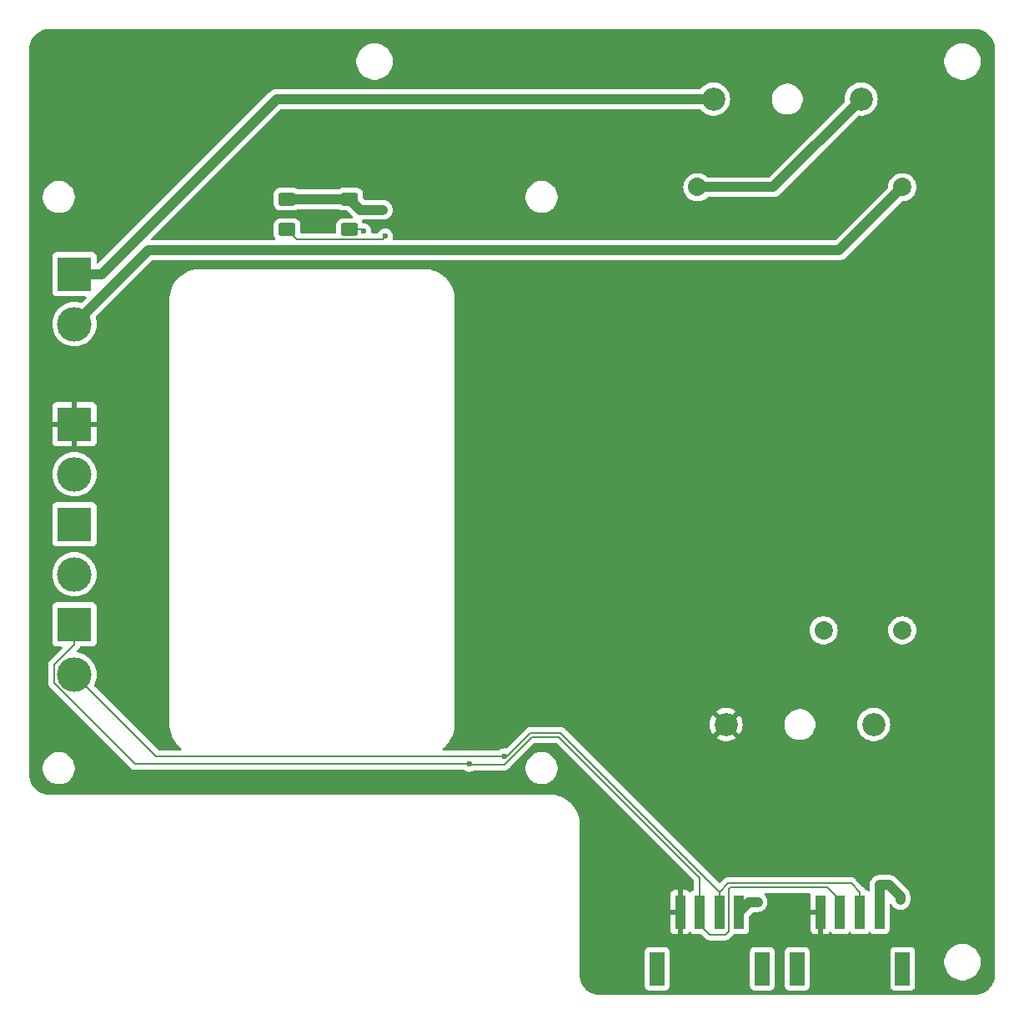
<source format=gbr>
%TF.GenerationSoftware,KiCad,Pcbnew,8.0.3-8.0.3-0~ubuntu22.04.1*%
%TF.CreationDate,2024-06-26T17:13:49+03:00*%
%TF.ProjectId,PM-CPU-RP,504d2d43-5055-42d5-9250-2e6b69636164,rev?*%
%TF.SameCoordinates,Original*%
%TF.FileFunction,Copper,L1,Top*%
%TF.FilePolarity,Positive*%
%FSLAX46Y46*%
G04 Gerber Fmt 4.6, Leading zero omitted, Abs format (unit mm)*
G04 Created by KiCad (PCBNEW 8.0.3-8.0.3-0~ubuntu22.04.1) date 2024-06-26 17:13:49*
%MOMM*%
%LPD*%
G01*
G04 APERTURE LIST*
G04 Aperture macros list*
%AMRoundRect*
0 Rectangle with rounded corners*
0 $1 Rounding radius*
0 $2 $3 $4 $5 $6 $7 $8 $9 X,Y pos of 4 corners*
0 Add a 4 corners polygon primitive as box body*
4,1,4,$2,$3,$4,$5,$6,$7,$8,$9,$2,$3,0*
0 Add four circle primitives for the rounded corners*
1,1,$1+$1,$2,$3*
1,1,$1+$1,$4,$5*
1,1,$1+$1,$6,$7*
1,1,$1+$1,$8,$9*
0 Add four rect primitives between the rounded corners*
20,1,$1+$1,$2,$3,$4,$5,0*
20,1,$1+$1,$4,$5,$6,$7,0*
20,1,$1+$1,$6,$7,$8,$9,0*
20,1,$1+$1,$8,$9,$2,$3,0*%
G04 Aperture macros list end*
%TA.AperFunction,SMDPad,CuDef*%
%ADD10R,1.000000X3.500000*%
%TD*%
%TA.AperFunction,SMDPad,CuDef*%
%ADD11R,1.500000X3.400000*%
%TD*%
%TA.AperFunction,ComponentPad*%
%ADD12R,3.500000X3.500000*%
%TD*%
%TA.AperFunction,ComponentPad*%
%ADD13C,3.500000*%
%TD*%
%TA.AperFunction,SMDPad,CuDef*%
%ADD14RoundRect,0.250000X-0.625000X0.400000X-0.625000X-0.400000X0.625000X-0.400000X0.625000X0.400000X0*%
%TD*%
%TA.AperFunction,ComponentPad*%
%ADD15C,2.350000*%
%TD*%
%TA.AperFunction,ComponentPad*%
%ADD16C,1.860000*%
%TD*%
%TA.AperFunction,ViaPad*%
%ADD17C,1.000000*%
%TD*%
%TA.AperFunction,ViaPad*%
%ADD18C,0.600000*%
%TD*%
%TA.AperFunction,Conductor*%
%ADD19C,1.000000*%
%TD*%
%TA.AperFunction,Conductor*%
%ADD20C,0.200000*%
%TD*%
G04 APERTURE END LIST*
D10*
%TO.P,J12,1,1*%
%TO.N,/5V*%
X182420000Y-140970000D03*
%TO.P,J12,2,2*%
%TO.N,/SDA*%
X184420000Y-140970000D03*
%TO.P,J12,3,3*%
%TO.N,/SCL*%
X186420000Y-140970000D03*
%TO.P,J12,4,4*%
%TO.N,GND*%
X188420000Y-140970000D03*
D11*
%TO.P,J12,P1*%
%TO.N,N/C*%
X180070000Y-146720000D03*
%TO.P,J12,P2*%
X190770000Y-146720000D03*
%TD*%
D12*
%TO.P,J8,1,Pin_1*%
%TO.N,/SDA*%
X106680000Y-111760000D03*
D13*
%TO.P,J8,2,Pin_2*%
%TO.N,/SCL*%
X106680000Y-116840000D03*
%TD*%
D14*
%TO.P,R2,1*%
%TO.N,/3V3*%
X128270000Y-68580000D03*
%TO.P,R2,2*%
%TO.N,/SCL*%
X128270000Y-71680000D03*
%TD*%
D12*
%TO.P,J6,1,Pin_1*%
%TO.N,/3V3*%
X106680000Y-101600000D03*
D13*
%TO.P,J6,2,Pin_2*%
%TO.N,GND*%
X106680000Y-106680000D03*
%TD*%
D10*
%TO.P,J10,1,1*%
%TO.N,/5V*%
X168180000Y-140970000D03*
%TO.P,J10,2,2*%
%TO.N,/SDA*%
X170180000Y-140970000D03*
%TO.P,J10,3,3*%
%TO.N,/SCL*%
X172180000Y-140970000D03*
%TO.P,J10,4,4*%
%TO.N,GND*%
X174180000Y-140970000D03*
D11*
%TO.P,J10,P1*%
%TO.N,N/C*%
X165830000Y-146720000D03*
%TO.P,J10,P2*%
X176530000Y-146720000D03*
%TD*%
D14*
%TO.P,R1,1*%
%TO.N,/3V3*%
X134620000Y-68580000D03*
%TO.P,R1,2*%
%TO.N,/SDA*%
X134620000Y-71680000D03*
%TD*%
D12*
%TO.P,J4,1,Pin_1*%
%TO.N,/5V*%
X106680000Y-91440000D03*
D13*
%TO.P,J4,2,Pin_2*%
%TO.N,GND*%
X106680000Y-96520000D03*
%TD*%
D12*
%TO.P,J1,1,Pin_1*%
%TO.N,/L*%
X106680000Y-76200000D03*
D13*
%TO.P,J1,2,Pin_2*%
%TO.N,/N*%
X106680000Y-81280000D03*
%TD*%
D15*
%TO.P,U2,1,1*%
%TO.N,Net-(PS1-PadAC{slash}L)*%
X186570000Y-58420000D03*
%TO.P,U2,2,2*%
%TO.N,/L*%
X171570000Y-58420000D03*
%TD*%
D16*
%TO.P,PS1,+V,+V*%
%TO.N,Net-(PS1-Pad+V)*%
X182740000Y-112370000D03*
%TO.P,PS1,-V,-V*%
%TO.N,GND*%
X190740000Y-112370000D03*
%TO.P,PS1,AC/L,AC/L*%
%TO.N,Net-(PS1-PadAC{slash}L)*%
X169940000Y-67370000D03*
%TO.P,PS1,AC/N,AC/N*%
%TO.N,/N*%
X190740000Y-67370000D03*
%TD*%
D15*
%TO.P,U1,1,1*%
%TO.N,/5V*%
X172840000Y-121920000D03*
%TO.P,U1,2,2*%
%TO.N,Net-(PS1-Pad+V)*%
X187840000Y-121920000D03*
%TD*%
D17*
%TO.N,/5V*%
X161219200Y-75305500D03*
%TO.N,GND*%
X176043500Y-139954200D03*
X190544800Y-139741700D03*
%TO.N,/3V3*%
X137993800Y-69673700D03*
D18*
%TO.N,/SCL*%
X138223700Y-72363300D03*
X150333300Y-125144200D03*
%TO.N,/SDA*%
X136015000Y-71838500D03*
X146752300Y-125924100D03*
%TD*%
D19*
%TO.N,GND*%
X189402400Y-138218300D02*
X188420000Y-138218300D01*
X176043500Y-139954200D02*
X175195800Y-139954200D01*
X188420000Y-140970000D02*
X188420000Y-138218300D01*
X175195800Y-139954200D02*
X174180000Y-140970000D01*
X190544800Y-139741700D02*
X190544800Y-139360700D01*
X190544800Y-139360700D02*
X189402400Y-138218300D01*
%TO.N,/3V3*%
X135713700Y-69673700D02*
X134620000Y-68580000D01*
X137993800Y-69673700D02*
X135713700Y-69673700D01*
X128270000Y-68580000D02*
X134620000Y-68580000D01*
D20*
%TO.N,/SCL*%
X186420000Y-140970000D02*
X186420000Y-138918300D01*
X137943500Y-72643500D02*
X129233500Y-72643500D01*
X186420000Y-138918300D02*
X185531700Y-138030000D01*
X172180000Y-140970000D02*
X172180000Y-138918300D01*
X173068300Y-138030000D02*
X172180000Y-138918300D01*
X152970343Y-122790000D02*
X156051700Y-122790000D01*
X114984200Y-125144200D02*
X150333300Y-125144200D01*
X129233500Y-72643500D02*
X128270000Y-71680000D01*
X150333300Y-125144200D02*
X150616143Y-125144200D01*
X150616143Y-125144200D02*
X152970343Y-122790000D01*
X185531700Y-138030000D02*
X173068300Y-138030000D01*
X156051700Y-122790000D02*
X172180000Y-138918300D01*
X106680000Y-116840000D02*
X114984200Y-125144200D01*
X138223700Y-72363300D02*
X137943500Y-72643500D01*
%TO.N,/SDA*%
X112822600Y-125924100D02*
X146752300Y-125924100D01*
X135856500Y-71680000D02*
X136015000Y-71838500D01*
X173270000Y-138430000D02*
X183130000Y-138430000D01*
X106680000Y-111760000D02*
X106680000Y-113811700D01*
X183130000Y-138430000D02*
X184420000Y-139720000D01*
X170180000Y-137483986D02*
X170180000Y-140970000D01*
X170180000Y-140970000D02*
X170180000Y-142220000D01*
X172744000Y-143256000D02*
X173080000Y-142920000D01*
X104628300Y-115863400D02*
X104628300Y-117729800D01*
X173080000Y-138620000D02*
X173270000Y-138430000D01*
X104628300Y-117729800D02*
X112822600Y-125924100D01*
X184420000Y-139720000D02*
X184420000Y-140970000D01*
X171216000Y-143256000D02*
X172744000Y-143256000D01*
X134620000Y-71680000D02*
X135856500Y-71680000D01*
X170180000Y-142220000D02*
X171216000Y-143256000D01*
X106680000Y-113811700D02*
X104628300Y-115863400D01*
X146752300Y-125924100D02*
X146812200Y-125984000D01*
X153136029Y-123190000D02*
X155886014Y-123190000D01*
X155886014Y-123190000D02*
X170180000Y-137483986D01*
X150342029Y-125984000D02*
X153136029Y-123190000D01*
X146812200Y-125984000D02*
X150342029Y-125984000D01*
X173080000Y-142920000D02*
X173080000Y-138620000D01*
D19*
%TO.N,/N*%
X184340000Y-73770000D02*
X190740000Y-67370000D01*
X106680000Y-81280000D02*
X114190000Y-73770000D01*
X114190000Y-73770000D02*
X184340000Y-73770000D01*
%TO.N,/L*%
X106680000Y-76200000D02*
X109431700Y-76200000D01*
X171570000Y-58420000D02*
X127211700Y-58420000D01*
X127211700Y-58420000D02*
X109431700Y-76200000D01*
%TO.N,Net-(PS1-PadAC{slash}L)*%
X169940000Y-67370000D02*
X177620000Y-67370000D01*
X177620000Y-67370000D02*
X186570000Y-58420000D01*
%TD*%
%TA.AperFunction,Conductor*%
%TO.N,/5V*%
G36*
X198124042Y-51300765D02*
G01*
X198146774Y-51302254D01*
X198378114Y-51317417D01*
X198394172Y-51319532D01*
X198639888Y-51368408D01*
X198655554Y-51372606D01*
X198806736Y-51423925D01*
X198892788Y-51453136D01*
X198907765Y-51459339D01*
X199125336Y-51566633D01*
X199132460Y-51570146D01*
X199146508Y-51578256D01*
X199354815Y-51717443D01*
X199367679Y-51727314D01*
X199556033Y-51892497D01*
X199567502Y-51903966D01*
X199732685Y-52092320D01*
X199742559Y-52105188D01*
X199881743Y-52313492D01*
X199889853Y-52327539D01*
X200000657Y-52552227D01*
X200006864Y-52567213D01*
X200087393Y-52804445D01*
X200091591Y-52820111D01*
X200140465Y-53065813D01*
X200142583Y-53081895D01*
X200159235Y-53335956D01*
X200159500Y-53344066D01*
X200159500Y-147315933D01*
X200159235Y-147324043D01*
X200142583Y-147578104D01*
X200140465Y-147594186D01*
X200091591Y-147839888D01*
X200087393Y-147855554D01*
X200006864Y-148092786D01*
X200000657Y-148107772D01*
X199889853Y-148332460D01*
X199881743Y-148346507D01*
X199742559Y-148554811D01*
X199732685Y-148567679D01*
X199567502Y-148756033D01*
X199556033Y-148767502D01*
X199367679Y-148932685D01*
X199354811Y-148942559D01*
X199146507Y-149081743D01*
X199132460Y-149089853D01*
X198907772Y-149200657D01*
X198892786Y-149206864D01*
X198655554Y-149287393D01*
X198639888Y-149291591D01*
X198394186Y-149340465D01*
X198378104Y-149342583D01*
X198124043Y-149359235D01*
X198115933Y-149359500D01*
X160024067Y-149359500D01*
X160015957Y-149359235D01*
X159761895Y-149342583D01*
X159745814Y-149340465D01*
X159710770Y-149333494D01*
X159500111Y-149291591D01*
X159484445Y-149287393D01*
X159247213Y-149206864D01*
X159232227Y-149200657D01*
X159007539Y-149089853D01*
X158993492Y-149081743D01*
X158785188Y-148942559D01*
X158772320Y-148932685D01*
X158758423Y-148920498D01*
X158595419Y-148777546D01*
X158583966Y-148767502D01*
X158572497Y-148756033D01*
X158407314Y-148567679D01*
X158397440Y-148554811D01*
X158379179Y-148527482D01*
X158258256Y-148346507D01*
X158250146Y-148332460D01*
X158139464Y-148108019D01*
X158139339Y-148107765D01*
X158133135Y-148092786D01*
X158052606Y-147855554D01*
X158048408Y-147839888D01*
X158041678Y-147806054D01*
X157999532Y-147594172D01*
X157997417Y-147578114D01*
X157980765Y-147324042D01*
X157980500Y-147315933D01*
X157980500Y-144972135D01*
X164579500Y-144972135D01*
X164579500Y-148467870D01*
X164579501Y-148467876D01*
X164585908Y-148527483D01*
X164636202Y-148662328D01*
X164636206Y-148662335D01*
X164722452Y-148777544D01*
X164722455Y-148777547D01*
X164837664Y-148863793D01*
X164837671Y-148863797D01*
X164972517Y-148914091D01*
X164972516Y-148914091D01*
X164979444Y-148914835D01*
X165032127Y-148920500D01*
X166627872Y-148920499D01*
X166687483Y-148914091D01*
X166822331Y-148863796D01*
X166937546Y-148777546D01*
X167023796Y-148662331D01*
X167074091Y-148527483D01*
X167080500Y-148467873D01*
X167080499Y-144972135D01*
X175279500Y-144972135D01*
X175279500Y-148467870D01*
X175279501Y-148467876D01*
X175285908Y-148527483D01*
X175336202Y-148662328D01*
X175336206Y-148662335D01*
X175422452Y-148777544D01*
X175422455Y-148777547D01*
X175537664Y-148863793D01*
X175537671Y-148863797D01*
X175672517Y-148914091D01*
X175672516Y-148914091D01*
X175679444Y-148914835D01*
X175732127Y-148920500D01*
X177327872Y-148920499D01*
X177387483Y-148914091D01*
X177522331Y-148863796D01*
X177637546Y-148777546D01*
X177723796Y-148662331D01*
X177774091Y-148527483D01*
X177780500Y-148467873D01*
X177780499Y-144972135D01*
X178819500Y-144972135D01*
X178819500Y-148467870D01*
X178819501Y-148467876D01*
X178825908Y-148527483D01*
X178876202Y-148662328D01*
X178876206Y-148662335D01*
X178962452Y-148777544D01*
X178962455Y-148777547D01*
X179077664Y-148863793D01*
X179077671Y-148863797D01*
X179212517Y-148914091D01*
X179212516Y-148914091D01*
X179219444Y-148914835D01*
X179272127Y-148920500D01*
X180867872Y-148920499D01*
X180927483Y-148914091D01*
X181062331Y-148863796D01*
X181177546Y-148777546D01*
X181263796Y-148662331D01*
X181314091Y-148527483D01*
X181320500Y-148467873D01*
X181320499Y-144972135D01*
X189519500Y-144972135D01*
X189519500Y-148467870D01*
X189519501Y-148467876D01*
X189525908Y-148527483D01*
X189576202Y-148662328D01*
X189576206Y-148662335D01*
X189662452Y-148777544D01*
X189662455Y-148777547D01*
X189777664Y-148863793D01*
X189777671Y-148863797D01*
X189912517Y-148914091D01*
X189912516Y-148914091D01*
X189919444Y-148914835D01*
X189972127Y-148920500D01*
X191567872Y-148920499D01*
X191627483Y-148914091D01*
X191762331Y-148863796D01*
X191877546Y-148777546D01*
X191963796Y-148662331D01*
X192014091Y-148527483D01*
X192020500Y-148467873D01*
X192020499Y-145928711D01*
X194999500Y-145928711D01*
X194999500Y-146171288D01*
X195031161Y-146411785D01*
X195093947Y-146646104D01*
X195186773Y-146870205D01*
X195186776Y-146870212D01*
X195308064Y-147080289D01*
X195308066Y-147080292D01*
X195308067Y-147080293D01*
X195455733Y-147272736D01*
X195455739Y-147272743D01*
X195627256Y-147444260D01*
X195627263Y-147444266D01*
X195740321Y-147531018D01*
X195819711Y-147591936D01*
X196029788Y-147713224D01*
X196253900Y-147806054D01*
X196488211Y-147868838D01*
X196668586Y-147892584D01*
X196728711Y-147900500D01*
X196728712Y-147900500D01*
X196971289Y-147900500D01*
X197019388Y-147894167D01*
X197211789Y-147868838D01*
X197446100Y-147806054D01*
X197670212Y-147713224D01*
X197880289Y-147591936D01*
X198072738Y-147444265D01*
X198244265Y-147272738D01*
X198391936Y-147080289D01*
X198513224Y-146870212D01*
X198606054Y-146646100D01*
X198668838Y-146411789D01*
X198700500Y-146171288D01*
X198700500Y-145928712D01*
X198668838Y-145688211D01*
X198606054Y-145453900D01*
X198513224Y-145229788D01*
X198391936Y-145019711D01*
X198244265Y-144827262D01*
X198244260Y-144827256D01*
X198072743Y-144655739D01*
X198072736Y-144655733D01*
X197880293Y-144508067D01*
X197880292Y-144508066D01*
X197880289Y-144508064D01*
X197670212Y-144386776D01*
X197670205Y-144386773D01*
X197446104Y-144293947D01*
X197211785Y-144231161D01*
X196971289Y-144199500D01*
X196971288Y-144199500D01*
X196728712Y-144199500D01*
X196728711Y-144199500D01*
X196488214Y-144231161D01*
X196253895Y-144293947D01*
X196029794Y-144386773D01*
X196029785Y-144386777D01*
X195819706Y-144508067D01*
X195627263Y-144655733D01*
X195627256Y-144655739D01*
X195455739Y-144827256D01*
X195455733Y-144827263D01*
X195308067Y-145019706D01*
X195186777Y-145229785D01*
X195186773Y-145229794D01*
X195093947Y-145453895D01*
X195031161Y-145688214D01*
X194999500Y-145928711D01*
X192020499Y-145928711D01*
X192020499Y-144972128D01*
X192014091Y-144912517D01*
X191982293Y-144827263D01*
X191963797Y-144777671D01*
X191963793Y-144777664D01*
X191877547Y-144662455D01*
X191877544Y-144662452D01*
X191762335Y-144576206D01*
X191762328Y-144576202D01*
X191627482Y-144525908D01*
X191627483Y-144525908D01*
X191567883Y-144519501D01*
X191567881Y-144519500D01*
X191567873Y-144519500D01*
X191567864Y-144519500D01*
X189972129Y-144519500D01*
X189972123Y-144519501D01*
X189912516Y-144525908D01*
X189777671Y-144576202D01*
X189777664Y-144576206D01*
X189662455Y-144662452D01*
X189662452Y-144662455D01*
X189576206Y-144777664D01*
X189576202Y-144777671D01*
X189525908Y-144912517D01*
X189519501Y-144972116D01*
X189519501Y-144972123D01*
X189519500Y-144972135D01*
X181320499Y-144972135D01*
X181320499Y-144972128D01*
X181314091Y-144912517D01*
X181282293Y-144827263D01*
X181263797Y-144777671D01*
X181263793Y-144777664D01*
X181177547Y-144662455D01*
X181177544Y-144662452D01*
X181062335Y-144576206D01*
X181062328Y-144576202D01*
X180927482Y-144525908D01*
X180927483Y-144525908D01*
X180867883Y-144519501D01*
X180867881Y-144519500D01*
X180867873Y-144519500D01*
X180867864Y-144519500D01*
X179272129Y-144519500D01*
X179272123Y-144519501D01*
X179212516Y-144525908D01*
X179077671Y-144576202D01*
X179077664Y-144576206D01*
X178962455Y-144662452D01*
X178962452Y-144662455D01*
X178876206Y-144777664D01*
X178876202Y-144777671D01*
X178825908Y-144912517D01*
X178819501Y-144972116D01*
X178819501Y-144972123D01*
X178819500Y-144972135D01*
X177780499Y-144972135D01*
X177780499Y-144972128D01*
X177774091Y-144912517D01*
X177742293Y-144827263D01*
X177723797Y-144777671D01*
X177723793Y-144777664D01*
X177637547Y-144662455D01*
X177637544Y-144662452D01*
X177522335Y-144576206D01*
X177522328Y-144576202D01*
X177387482Y-144525908D01*
X177387483Y-144525908D01*
X177327883Y-144519501D01*
X177327881Y-144519500D01*
X177327873Y-144519500D01*
X177327864Y-144519500D01*
X175732129Y-144519500D01*
X175732123Y-144519501D01*
X175672516Y-144525908D01*
X175537671Y-144576202D01*
X175537664Y-144576206D01*
X175422455Y-144662452D01*
X175422452Y-144662455D01*
X175336206Y-144777664D01*
X175336202Y-144777671D01*
X175285908Y-144912517D01*
X175279501Y-144972116D01*
X175279501Y-144972123D01*
X175279500Y-144972135D01*
X167080499Y-144972135D01*
X167080499Y-144972128D01*
X167074091Y-144912517D01*
X167042293Y-144827263D01*
X167023797Y-144777671D01*
X167023793Y-144777664D01*
X166937547Y-144662455D01*
X166937544Y-144662452D01*
X166822335Y-144576206D01*
X166822328Y-144576202D01*
X166687482Y-144525908D01*
X166687483Y-144525908D01*
X166627883Y-144519501D01*
X166627881Y-144519500D01*
X166627873Y-144519500D01*
X166627864Y-144519500D01*
X165032129Y-144519500D01*
X165032123Y-144519501D01*
X164972516Y-144525908D01*
X164837671Y-144576202D01*
X164837664Y-144576206D01*
X164722455Y-144662452D01*
X164722452Y-144662455D01*
X164636206Y-144777664D01*
X164636202Y-144777671D01*
X164585908Y-144912517D01*
X164579501Y-144972116D01*
X164579501Y-144972123D01*
X164579500Y-144972135D01*
X157980500Y-144972135D01*
X157980500Y-142767844D01*
X167180000Y-142767844D01*
X167186401Y-142827372D01*
X167186403Y-142827379D01*
X167236645Y-142962086D01*
X167236649Y-142962093D01*
X167322809Y-143077187D01*
X167322812Y-143077190D01*
X167437906Y-143163350D01*
X167437913Y-143163354D01*
X167572620Y-143213596D01*
X167572627Y-143213598D01*
X167632155Y-143219999D01*
X167632172Y-143220000D01*
X167930000Y-143220000D01*
X167930000Y-141220000D01*
X167180000Y-141220000D01*
X167180000Y-142767844D01*
X157980500Y-142767844D01*
X157980500Y-139172155D01*
X167180000Y-139172155D01*
X167180000Y-140720000D01*
X167930000Y-140720000D01*
X167930000Y-138720000D01*
X167632155Y-138720000D01*
X167572627Y-138726401D01*
X167572620Y-138726403D01*
X167437913Y-138776645D01*
X167437906Y-138776649D01*
X167322812Y-138862809D01*
X167322809Y-138862812D01*
X167236649Y-138977906D01*
X167236645Y-138977913D01*
X167186403Y-139112620D01*
X167186401Y-139112627D01*
X167180000Y-139172155D01*
X157980500Y-139172155D01*
X157980500Y-131920657D01*
X157969268Y-131813792D01*
X157947188Y-131603708D01*
X157880928Y-131291981D01*
X157782447Y-130988887D01*
X157652824Y-130697747D01*
X157493479Y-130421753D01*
X157493479Y-130421752D01*
X157306148Y-130163916D01*
X157194275Y-130039670D01*
X157092909Y-129927091D01*
X156991541Y-129835819D01*
X156856083Y-129713851D01*
X156854669Y-129712824D01*
X156635350Y-129553478D01*
X156598246Y-129526520D01*
X156322262Y-129367181D01*
X156322257Y-129367178D01*
X156322253Y-129367176D01*
X156031113Y-129237553D01*
X156031108Y-129237551D01*
X156031105Y-129237550D01*
X155857710Y-129181211D01*
X155728019Y-129139072D01*
X155728016Y-129139071D01*
X155728015Y-129139071D01*
X155728014Y-129139070D01*
X155459245Y-129081942D01*
X155416295Y-129072812D01*
X155280458Y-129058535D01*
X155099346Y-129039500D01*
X155099342Y-129039500D01*
X104144067Y-129039500D01*
X104135957Y-129039235D01*
X103881895Y-129022583D01*
X103865814Y-129020465D01*
X103830770Y-129013494D01*
X103620111Y-128971591D01*
X103604445Y-128967393D01*
X103367213Y-128886864D01*
X103352227Y-128880657D01*
X103127539Y-128769853D01*
X103113492Y-128761743D01*
X102905188Y-128622559D01*
X102892320Y-128612685D01*
X102703966Y-128447502D01*
X102692497Y-128436033D01*
X102527314Y-128247679D01*
X102517440Y-128234811D01*
X102378256Y-128026507D01*
X102370146Y-128012460D01*
X102259464Y-127788019D01*
X102259339Y-127787765D01*
X102253135Y-127772786D01*
X102172606Y-127535554D01*
X102168408Y-127519888D01*
X102159736Y-127476292D01*
X102119532Y-127274172D01*
X102117417Y-127258114D01*
X102100765Y-127004042D01*
X102100500Y-126995933D01*
X102100500Y-126232070D01*
X103474500Y-126232070D01*
X103474500Y-126487930D01*
X103483314Y-126543577D01*
X103514526Y-126740640D01*
X103593588Y-126983972D01*
X103593589Y-126983975D01*
X103709750Y-127211950D01*
X103860132Y-127418935D01*
X103860136Y-127418940D01*
X104041059Y-127599863D01*
X104041064Y-127599867D01*
X104221607Y-127731038D01*
X104248053Y-127750252D01*
X104397080Y-127826185D01*
X104476024Y-127866410D01*
X104476027Y-127866411D01*
X104597693Y-127905942D01*
X104719361Y-127945474D01*
X104972070Y-127985500D01*
X104972071Y-127985500D01*
X105227929Y-127985500D01*
X105227930Y-127985500D01*
X105480639Y-127945474D01*
X105723975Y-127866410D01*
X105951947Y-127750252D01*
X106158942Y-127599862D01*
X106339862Y-127418942D01*
X106490252Y-127211947D01*
X106606410Y-126983975D01*
X106685474Y-126740639D01*
X106725500Y-126487930D01*
X106725500Y-126232070D01*
X106685474Y-125979361D01*
X106606410Y-125736025D01*
X106606410Y-125736024D01*
X106566185Y-125657080D01*
X106490252Y-125508053D01*
X106356240Y-125323600D01*
X106339867Y-125301064D01*
X106339863Y-125301059D01*
X106158940Y-125120136D01*
X106158935Y-125120132D01*
X105951950Y-124969750D01*
X105951949Y-124969749D01*
X105951947Y-124969748D01*
X105878910Y-124932533D01*
X105723975Y-124853589D01*
X105723972Y-124853588D01*
X105480640Y-124774526D01*
X105354284Y-124754513D01*
X105227930Y-124734500D01*
X104972070Y-124734500D01*
X104887833Y-124747842D01*
X104719359Y-124774526D01*
X104476027Y-124853588D01*
X104476024Y-124853589D01*
X104248049Y-124969750D01*
X104041064Y-125120132D01*
X104041059Y-125120136D01*
X103860136Y-125301059D01*
X103860132Y-125301064D01*
X103709750Y-125508049D01*
X103593589Y-125736024D01*
X103593588Y-125736027D01*
X103514526Y-125979359D01*
X103514526Y-125979361D01*
X103474500Y-126232070D01*
X102100500Y-126232070D01*
X102100500Y-117808854D01*
X104027798Y-117808854D01*
X104068722Y-117961583D01*
X104088044Y-117995049D01*
X104088046Y-117995052D01*
X104147779Y-118098514D01*
X104147781Y-118098517D01*
X104266649Y-118217385D01*
X104266655Y-118217390D01*
X112337739Y-126288474D01*
X112337749Y-126288485D01*
X112342079Y-126292815D01*
X112342080Y-126292816D01*
X112453884Y-126404620D01*
X112540695Y-126454739D01*
X112540697Y-126454741D01*
X112590813Y-126483676D01*
X112590815Y-126483677D01*
X112743542Y-126524600D01*
X112743543Y-126524600D01*
X146169888Y-126524600D01*
X146236927Y-126544285D01*
X146247203Y-126551655D01*
X146250036Y-126553914D01*
X146250038Y-126553916D01*
X146402778Y-126649889D01*
X146573045Y-126709468D01*
X146573050Y-126709469D01*
X146752296Y-126729665D01*
X146752300Y-126729665D01*
X146752304Y-126729665D01*
X146931549Y-126709469D01*
X146931552Y-126709468D01*
X146931555Y-126709468D01*
X147101822Y-126649889D01*
X147175640Y-126603505D01*
X147241612Y-126584500D01*
X150255360Y-126584500D01*
X150255376Y-126584501D01*
X150262972Y-126584501D01*
X150421083Y-126584501D01*
X150421086Y-126584501D01*
X150573814Y-126543577D01*
X150650157Y-126499500D01*
X150710745Y-126464520D01*
X150822549Y-126352716D01*
X150822549Y-126352714D01*
X150832753Y-126342511D01*
X150832756Y-126342506D01*
X150943192Y-126232070D01*
X152474500Y-126232070D01*
X152474500Y-126487930D01*
X152483314Y-126543577D01*
X152514526Y-126740640D01*
X152593588Y-126983972D01*
X152593589Y-126983975D01*
X152709750Y-127211950D01*
X152860132Y-127418935D01*
X152860136Y-127418940D01*
X153041059Y-127599863D01*
X153041064Y-127599867D01*
X153221607Y-127731038D01*
X153248053Y-127750252D01*
X153397080Y-127826185D01*
X153476024Y-127866410D01*
X153476027Y-127866411D01*
X153597693Y-127905942D01*
X153719361Y-127945474D01*
X153972070Y-127985500D01*
X153972071Y-127985500D01*
X154227929Y-127985500D01*
X154227930Y-127985500D01*
X154480639Y-127945474D01*
X154723975Y-127866410D01*
X154951947Y-127750252D01*
X155158942Y-127599862D01*
X155339862Y-127418942D01*
X155490252Y-127211947D01*
X155606410Y-126983975D01*
X155685474Y-126740639D01*
X155725500Y-126487930D01*
X155725500Y-126232070D01*
X155685474Y-125979361D01*
X155606410Y-125736025D01*
X155606410Y-125736024D01*
X155566185Y-125657080D01*
X155490252Y-125508053D01*
X155356240Y-125323600D01*
X155339867Y-125301064D01*
X155339863Y-125301059D01*
X155158940Y-125120136D01*
X155158935Y-125120132D01*
X154951950Y-124969750D01*
X154951949Y-124969749D01*
X154951947Y-124969748D01*
X154878910Y-124932533D01*
X154723975Y-124853589D01*
X154723972Y-124853588D01*
X154480640Y-124774526D01*
X154354284Y-124754513D01*
X154227930Y-124734500D01*
X153972070Y-124734500D01*
X153887833Y-124747842D01*
X153719359Y-124774526D01*
X153476027Y-124853588D01*
X153476024Y-124853589D01*
X153248049Y-124969750D01*
X153041064Y-125120132D01*
X153041059Y-125120136D01*
X152860136Y-125301059D01*
X152860132Y-125301064D01*
X152709750Y-125508049D01*
X152593589Y-125736024D01*
X152593588Y-125736027D01*
X152514526Y-125979359D01*
X152514526Y-125979361D01*
X152474500Y-126232070D01*
X150943192Y-126232070D01*
X153348446Y-123826819D01*
X153409769Y-123793334D01*
X153436127Y-123790500D01*
X155585917Y-123790500D01*
X155652956Y-123810185D01*
X155673598Y-123826819D01*
X169543181Y-137696402D01*
X169576666Y-137757725D01*
X169579500Y-137784083D01*
X169579500Y-138637209D01*
X169559815Y-138704248D01*
X169507011Y-138750003D01*
X169498833Y-138753391D01*
X169437671Y-138776202D01*
X169437664Y-138776206D01*
X169322455Y-138862452D01*
X169322453Y-138862454D01*
X169278952Y-138920563D01*
X169223018Y-138962433D01*
X169153326Y-138967416D01*
X169092004Y-138933929D01*
X169080420Y-138920561D01*
X169037186Y-138862809D01*
X168922093Y-138776649D01*
X168922086Y-138776645D01*
X168787379Y-138726403D01*
X168787372Y-138726401D01*
X168727844Y-138720000D01*
X168430000Y-138720000D01*
X168430000Y-143220000D01*
X168727828Y-143220000D01*
X168727844Y-143219999D01*
X168787372Y-143213598D01*
X168787379Y-143213596D01*
X168922086Y-143163354D01*
X168922093Y-143163350D01*
X169037187Y-143077190D01*
X169037188Y-143077189D01*
X169080420Y-143019439D01*
X169136353Y-142977567D01*
X169206045Y-142972583D01*
X169267368Y-143006068D01*
X169278953Y-143019437D01*
X169279266Y-143019855D01*
X169322187Y-143077190D01*
X169322455Y-143077547D01*
X169437664Y-143163793D01*
X169437671Y-143163797D01*
X169482618Y-143180561D01*
X169572517Y-143214091D01*
X169632127Y-143220500D01*
X170279902Y-143220499D01*
X170346941Y-143240183D01*
X170367583Y-143256818D01*
X170731139Y-143620374D01*
X170731149Y-143620385D01*
X170735479Y-143624715D01*
X170735480Y-143624716D01*
X170847284Y-143736520D01*
X170934095Y-143786639D01*
X170934097Y-143786641D01*
X170984213Y-143815576D01*
X170984215Y-143815577D01*
X171136942Y-143856500D01*
X171136943Y-143856500D01*
X172657331Y-143856500D01*
X172657347Y-143856501D01*
X172664943Y-143856501D01*
X172823054Y-143856501D01*
X172823057Y-143856501D01*
X172975785Y-143815577D01*
X173025904Y-143786639D01*
X173112716Y-143736520D01*
X173224520Y-143624716D01*
X173224521Y-143624714D01*
X173560520Y-143288716D01*
X173564106Y-143282503D01*
X173614671Y-143234286D01*
X173671492Y-143220499D01*
X174727872Y-143220499D01*
X174787483Y-143214091D01*
X174922331Y-143163796D01*
X175037546Y-143077546D01*
X175123796Y-142962331D01*
X175174091Y-142827483D01*
X175180500Y-142767873D01*
X175180500Y-142767844D01*
X181420000Y-142767844D01*
X181426401Y-142827372D01*
X181426403Y-142827379D01*
X181476645Y-142962086D01*
X181476649Y-142962093D01*
X181562809Y-143077187D01*
X181562812Y-143077190D01*
X181677906Y-143163350D01*
X181677913Y-143163354D01*
X181812620Y-143213596D01*
X181812627Y-143213598D01*
X181872155Y-143219999D01*
X181872172Y-143220000D01*
X182170000Y-143220000D01*
X182170000Y-141220000D01*
X181420000Y-141220000D01*
X181420000Y-142767844D01*
X175180500Y-142767844D01*
X175180499Y-141435781D01*
X175200184Y-141368743D01*
X175216818Y-141348101D01*
X175573901Y-140991019D01*
X175635224Y-140957534D01*
X175661582Y-140954700D01*
X175988256Y-140954700D01*
X176000409Y-140955296D01*
X176043500Y-140959541D01*
X176086590Y-140955296D01*
X176098744Y-140954700D01*
X176142042Y-140954700D01*
X176157954Y-140951534D01*
X176184505Y-140946253D01*
X176196537Y-140944468D01*
X176239632Y-140940224D01*
X176281080Y-140927650D01*
X176292853Y-140924700D01*
X176335335Y-140916251D01*
X176375347Y-140899676D01*
X176386780Y-140895586D01*
X176428227Y-140883014D01*
X176466418Y-140862599D01*
X176477406Y-140857402D01*
X176517414Y-140840832D01*
X176553438Y-140816760D01*
X176563851Y-140810520D01*
X176597587Y-140792489D01*
X176602035Y-140790112D01*
X176602039Y-140790109D01*
X176635505Y-140762644D01*
X176645282Y-140755393D01*
X176681281Y-140731340D01*
X176681283Y-140731338D01*
X176684898Y-140727723D01*
X176711908Y-140700712D01*
X176720902Y-140692559D01*
X176754383Y-140665083D01*
X176781859Y-140631602D01*
X176790012Y-140622608D01*
X176820639Y-140591982D01*
X176844693Y-140555981D01*
X176851944Y-140546205D01*
X176879409Y-140512739D01*
X176879412Y-140512735D01*
X176885795Y-140500791D01*
X176899820Y-140474551D01*
X176906060Y-140464138D01*
X176930132Y-140428114D01*
X176946702Y-140388106D01*
X176951899Y-140377118D01*
X176972314Y-140338927D01*
X176984886Y-140297480D01*
X176988976Y-140286047D01*
X177005551Y-140246035D01*
X177014000Y-140203553D01*
X177016950Y-140191780D01*
X177029524Y-140150332D01*
X177033768Y-140107237D01*
X177035554Y-140095199D01*
X177044000Y-140052741D01*
X177044000Y-140009444D01*
X177044597Y-139997290D01*
X177045209Y-139991072D01*
X177048841Y-139954200D01*
X177044597Y-139911107D01*
X177044000Y-139898954D01*
X177044000Y-139855658D01*
X177040933Y-139840241D01*
X177035552Y-139813190D01*
X177033768Y-139801161D01*
X177029524Y-139758069D01*
X177029524Y-139758068D01*
X177016948Y-139716614D01*
X177013999Y-139704840D01*
X177005551Y-139662365D01*
X176988980Y-139622360D01*
X176984882Y-139610906D01*
X176972314Y-139569473D01*
X176951904Y-139531291D01*
X176946701Y-139520290D01*
X176930132Y-139480286D01*
X176906072Y-139444278D01*
X176899816Y-139433840D01*
X176879411Y-139395664D01*
X176879410Y-139395662D01*
X176851938Y-139362188D01*
X176844694Y-139352419D01*
X176820640Y-139316419D01*
X176820636Y-139316414D01*
X176790020Y-139285799D01*
X176781846Y-139276781D01*
X176754380Y-139243313D01*
X176753248Y-139242181D01*
X176752844Y-139241441D01*
X176750518Y-139238607D01*
X176751055Y-139238165D01*
X176719763Y-139180858D01*
X176724747Y-139111166D01*
X176766619Y-139055233D01*
X176832083Y-139030816D01*
X176840929Y-139030500D01*
X181297185Y-139030500D01*
X181364224Y-139050185D01*
X181409979Y-139102989D01*
X181420474Y-139167757D01*
X181420000Y-139172158D01*
X181420000Y-140720000D01*
X182546000Y-140720000D01*
X182613039Y-140739685D01*
X182658794Y-140792489D01*
X182670000Y-140844000D01*
X182670000Y-143220000D01*
X182967828Y-143220000D01*
X182967844Y-143219999D01*
X183027372Y-143213598D01*
X183027379Y-143213596D01*
X183162086Y-143163354D01*
X183162093Y-143163350D01*
X183277187Y-143077190D01*
X183277188Y-143077189D01*
X183320420Y-143019439D01*
X183376353Y-142977567D01*
X183446045Y-142972583D01*
X183507368Y-143006068D01*
X183518953Y-143019437D01*
X183519266Y-143019855D01*
X183562187Y-143077190D01*
X183562455Y-143077547D01*
X183677664Y-143163793D01*
X183677671Y-143163797D01*
X183812517Y-143214091D01*
X183812516Y-143214091D01*
X183819444Y-143214835D01*
X183872127Y-143220500D01*
X184967872Y-143220499D01*
X185027483Y-143214091D01*
X185162331Y-143163796D01*
X185277546Y-143077546D01*
X185320734Y-143019854D01*
X185376667Y-142977984D01*
X185446359Y-142973000D01*
X185507682Y-143006485D01*
X185519263Y-143019850D01*
X185562454Y-143077546D01*
X185608643Y-143112123D01*
X185677664Y-143163793D01*
X185677671Y-143163797D01*
X185812517Y-143214091D01*
X185812516Y-143214091D01*
X185819444Y-143214835D01*
X185872127Y-143220500D01*
X186967872Y-143220499D01*
X187027483Y-143214091D01*
X187162331Y-143163796D01*
X187277546Y-143077546D01*
X187320734Y-143019854D01*
X187376667Y-142977984D01*
X187446359Y-142973000D01*
X187507682Y-143006485D01*
X187519263Y-143019850D01*
X187562454Y-143077546D01*
X187608643Y-143112123D01*
X187677664Y-143163793D01*
X187677671Y-143163797D01*
X187812517Y-143214091D01*
X187812516Y-143214091D01*
X187819444Y-143214835D01*
X187872127Y-143220500D01*
X188967872Y-143220499D01*
X189027483Y-143214091D01*
X189162331Y-143163796D01*
X189277546Y-143077546D01*
X189363796Y-142962331D01*
X189414091Y-142827483D01*
X189420500Y-142767873D01*
X189420500Y-141049057D01*
X189420500Y-140265222D01*
X189440185Y-140198183D01*
X189492989Y-140152428D01*
X189562147Y-140142484D01*
X189625703Y-140171509D01*
X189654099Y-140210889D01*
X189655300Y-140210248D01*
X189658170Y-140215618D01*
X189682225Y-140251618D01*
X189688478Y-140262050D01*
X189690174Y-140265222D01*
X189708888Y-140300235D01*
X189708894Y-140300243D01*
X189736352Y-140333702D01*
X189743599Y-140343472D01*
X189767660Y-140379481D01*
X189767662Y-140379483D01*
X189767665Y-140379487D01*
X189798279Y-140410101D01*
X189806451Y-140419116D01*
X189833917Y-140452583D01*
X189867379Y-140480045D01*
X189867381Y-140480046D01*
X189876399Y-140488220D01*
X189907014Y-140518836D01*
X189907017Y-140518838D01*
X189907018Y-140518839D01*
X189943017Y-140542893D01*
X189943019Y-140542894D01*
X189952788Y-140550138D01*
X189986262Y-140577610D01*
X190024440Y-140598016D01*
X190034878Y-140604272D01*
X190042699Y-140609497D01*
X190070886Y-140628332D01*
X190110895Y-140644903D01*
X190121891Y-140650104D01*
X190160073Y-140670514D01*
X190201510Y-140683083D01*
X190212960Y-140687180D01*
X190252965Y-140703751D01*
X190295440Y-140712199D01*
X190307214Y-140715148D01*
X190348668Y-140727724D01*
X190391764Y-140731968D01*
X190403790Y-140733752D01*
X190433615Y-140739685D01*
X190446258Y-140742200D01*
X190446259Y-140742200D01*
X190489556Y-140742200D01*
X190501709Y-140742796D01*
X190544800Y-140747041D01*
X190587890Y-140742796D01*
X190600044Y-140742200D01*
X190643342Y-140742200D01*
X190659254Y-140739034D01*
X190685805Y-140733753D01*
X190697837Y-140731968D01*
X190740932Y-140727724D01*
X190782380Y-140715150D01*
X190794153Y-140712200D01*
X190836635Y-140703751D01*
X190876647Y-140687176D01*
X190888080Y-140683086D01*
X190929527Y-140670514D01*
X190967718Y-140650099D01*
X190978710Y-140644901D01*
X191018714Y-140628332D01*
X191054738Y-140604260D01*
X191065151Y-140598020D01*
X191091391Y-140583995D01*
X191103335Y-140577612D01*
X191103339Y-140577609D01*
X191136805Y-140550144D01*
X191146582Y-140542893D01*
X191182581Y-140518840D01*
X191182583Y-140518838D01*
X191188686Y-140512735D01*
X191213208Y-140488212D01*
X191222202Y-140480059D01*
X191255683Y-140452583D01*
X191283159Y-140419102D01*
X191291312Y-140410108D01*
X191321939Y-140379482D01*
X191323526Y-140377108D01*
X191345993Y-140343482D01*
X191353244Y-140333705D01*
X191380709Y-140300239D01*
X191380712Y-140300235D01*
X191387095Y-140288291D01*
X191401120Y-140262051D01*
X191407360Y-140251638D01*
X191431432Y-140215614D01*
X191448002Y-140175606D01*
X191453199Y-140164618D01*
X191473614Y-140126427D01*
X191486186Y-140084980D01*
X191490276Y-140073547D01*
X191506851Y-140033535D01*
X191515300Y-139991053D01*
X191518250Y-139979280D01*
X191530824Y-139937832D01*
X191535068Y-139894737D01*
X191536854Y-139882699D01*
X191545300Y-139840241D01*
X191545300Y-139796944D01*
X191545897Y-139784790D01*
X191550141Y-139741700D01*
X191545897Y-139698608D01*
X191545300Y-139686454D01*
X191545300Y-139465375D01*
X191545301Y-139465354D01*
X191545301Y-139262157D01*
X191545300Y-139262155D01*
X191529129Y-139180858D01*
X191506852Y-139068865D01*
X191432614Y-138889639D01*
X191431433Y-138886788D01*
X191431428Y-138886779D01*
X191321940Y-138722919D01*
X191321937Y-138722915D01*
X190186609Y-137587589D01*
X190186606Y-137587585D01*
X190186606Y-137587586D01*
X190179539Y-137580519D01*
X190179539Y-137580518D01*
X190040182Y-137441161D01*
X190040181Y-137441160D01*
X190040180Y-137441159D01*
X189876320Y-137331671D01*
X189876311Y-137331666D01*
X189803715Y-137301596D01*
X189747565Y-137278338D01*
X189694236Y-137256249D01*
X189694232Y-137256248D01*
X189694228Y-137256246D01*
X189597588Y-137237024D01*
X189500944Y-137217800D01*
X189500941Y-137217800D01*
X188518541Y-137217800D01*
X188321459Y-137217800D01*
X188321457Y-137217800D01*
X188128170Y-137256247D01*
X188128160Y-137256250D01*
X187946092Y-137331664D01*
X187946079Y-137331671D01*
X187782218Y-137441160D01*
X187782214Y-137441163D01*
X187642863Y-137580514D01*
X187642860Y-137580518D01*
X187533371Y-137744379D01*
X187533364Y-137744392D01*
X187457950Y-137926460D01*
X187457947Y-137926470D01*
X187419500Y-138119756D01*
X187419500Y-138720998D01*
X187399815Y-138788037D01*
X187347011Y-138833792D01*
X187277853Y-138843736D01*
X187221189Y-138820265D01*
X187162331Y-138776204D01*
X187162328Y-138776202D01*
X187037181Y-138729526D01*
X186981247Y-138687655D01*
X186973127Y-138675344D01*
X186947236Y-138630499D01*
X186947235Y-138630498D01*
X186900521Y-138549586D01*
X186900520Y-138549584D01*
X186788716Y-138437780D01*
X186788715Y-138437779D01*
X186784385Y-138433449D01*
X186784374Y-138433439D01*
X186019290Y-137668355D01*
X186019288Y-137668352D01*
X185900417Y-137549481D01*
X185900416Y-137549480D01*
X185813604Y-137499360D01*
X185813604Y-137499359D01*
X185813600Y-137499358D01*
X185763485Y-137470423D01*
X185610757Y-137429499D01*
X185452643Y-137429499D01*
X185445047Y-137429499D01*
X185445031Y-137429500D01*
X173154969Y-137429500D01*
X173154953Y-137429499D01*
X173147357Y-137429499D01*
X172989243Y-137429499D01*
X172881887Y-137458265D01*
X172836510Y-137470424D01*
X172836509Y-137470425D01*
X172786396Y-137499359D01*
X172786395Y-137499360D01*
X172742989Y-137524420D01*
X172699585Y-137549479D01*
X172699582Y-137549481D01*
X172587778Y-137661286D01*
X172267680Y-137981383D01*
X172206357Y-138014868D01*
X172136665Y-138009884D01*
X172092320Y-137981384D01*
X156539289Y-122428354D01*
X156539288Y-122428352D01*
X156420417Y-122309481D01*
X156420416Y-122309480D01*
X156333604Y-122259360D01*
X156333604Y-122259359D01*
X156333600Y-122259358D01*
X156283485Y-122230423D01*
X156130757Y-122189499D01*
X155972643Y-122189499D01*
X155965047Y-122189499D01*
X155965031Y-122189500D01*
X153057013Y-122189500D01*
X153056997Y-122189499D01*
X153049401Y-122189499D01*
X152891286Y-122189499D01*
X152814922Y-122209961D01*
X152738557Y-122230423D01*
X152738552Y-122230426D01*
X152601633Y-122309475D01*
X152601625Y-122309481D01*
X150590478Y-124320628D01*
X150529155Y-124354113D01*
X150488914Y-124356167D01*
X150333304Y-124338635D01*
X150333296Y-124338635D01*
X150154050Y-124358830D01*
X150154045Y-124358831D01*
X149983776Y-124418411D01*
X149831036Y-124514385D01*
X149828203Y-124516645D01*
X149826024Y-124517534D01*
X149825142Y-124518089D01*
X149825044Y-124517934D01*
X149763517Y-124543055D01*
X149750888Y-124543700D01*
X144183227Y-124543700D01*
X144116188Y-124524015D01*
X144070433Y-124471211D01*
X144060489Y-124402053D01*
X144089514Y-124338497D01*
X144110336Y-124319385D01*
X144156075Y-124286155D01*
X144392909Y-124072909D01*
X144606155Y-123836075D01*
X144780944Y-123595500D01*
X144793479Y-123578247D01*
X144793479Y-123578246D01*
X144952824Y-123302253D01*
X145082447Y-123011113D01*
X145180928Y-122708019D01*
X145247188Y-122396292D01*
X145280500Y-122079346D01*
X145280500Y-121920000D01*
X145280500Y-121919995D01*
X171160303Y-121919995D01*
X171160303Y-121920004D01*
X171179063Y-122170343D01*
X171234924Y-122415087D01*
X171234929Y-122415104D01*
X171326645Y-122648793D01*
X171452168Y-122866206D01*
X171491241Y-122915203D01*
X171491242Y-122915203D01*
X172143287Y-122263158D01*
X172153204Y-122287100D01*
X172238018Y-122414034D01*
X172345966Y-122521982D01*
X172472900Y-122606796D01*
X172496839Y-122616712D01*
X171844804Y-123268746D01*
X172000151Y-123374659D01*
X172000155Y-123374661D01*
X172226337Y-123483585D01*
X172466223Y-123557580D01*
X172466229Y-123557581D01*
X172714470Y-123594999D01*
X172714477Y-123595000D01*
X172965523Y-123595000D01*
X172965529Y-123594999D01*
X173213770Y-123557581D01*
X173213776Y-123557580D01*
X173453665Y-123483584D01*
X173679841Y-123374664D01*
X173679842Y-123374663D01*
X173835194Y-123268746D01*
X173183159Y-122616712D01*
X173207100Y-122606796D01*
X173334034Y-122521982D01*
X173441982Y-122414034D01*
X173526796Y-122287100D01*
X173536712Y-122263159D01*
X174188757Y-122915204D01*
X174227830Y-122866206D01*
X174353354Y-122648793D01*
X174445070Y-122415104D01*
X174445075Y-122415087D01*
X174500936Y-122170343D01*
X174519697Y-121920004D01*
X174519697Y-121919995D01*
X174510404Y-121795999D01*
X178764500Y-121795999D01*
X178764500Y-122044000D01*
X178798610Y-122259358D01*
X178803294Y-122288931D01*
X178879927Y-122524782D01*
X178992511Y-122745742D01*
X179138276Y-122946370D01*
X179313630Y-123121724D01*
X179514258Y-123267489D01*
X179735218Y-123380073D01*
X179971069Y-123456706D01*
X180062920Y-123471253D01*
X180216000Y-123495500D01*
X180216005Y-123495500D01*
X180464000Y-123495500D01*
X180600070Y-123473947D01*
X180708931Y-123456706D01*
X180944782Y-123380073D01*
X181165742Y-123267489D01*
X181366370Y-123121724D01*
X181541724Y-122946370D01*
X181687489Y-122745742D01*
X181800073Y-122524782D01*
X181876706Y-122288931D01*
X181895476Y-122170419D01*
X181915500Y-122044000D01*
X181915500Y-121919995D01*
X186159802Y-121919995D01*
X186159802Y-121920004D01*
X186178567Y-122170419D01*
X186234171Y-122414034D01*
X186234448Y-122415247D01*
X186234450Y-122415252D01*
X186326194Y-122649011D01*
X186326193Y-122649011D01*
X186405796Y-122786885D01*
X186451755Y-122866489D01*
X186510179Y-122939750D01*
X186608331Y-123062829D01*
X186782107Y-123224069D01*
X186792414Y-123233632D01*
X186999901Y-123375094D01*
X186999906Y-123375096D01*
X186999907Y-123375097D01*
X186999908Y-123375098D01*
X187120070Y-123432964D01*
X187226151Y-123484050D01*
X187226152Y-123484050D01*
X187226155Y-123484052D01*
X187466121Y-123558072D01*
X187714439Y-123595500D01*
X187714440Y-123595500D01*
X187965560Y-123595500D01*
X187965561Y-123595500D01*
X188213879Y-123558072D01*
X188453845Y-123484052D01*
X188680099Y-123375094D01*
X188887586Y-123233632D01*
X189071672Y-123062825D01*
X189228245Y-122866489D01*
X189353806Y-122649011D01*
X189445552Y-122415247D01*
X189501432Y-122170421D01*
X189520198Y-121920000D01*
X189501432Y-121669579D01*
X189445552Y-121424753D01*
X189353806Y-121190989D01*
X189353805Y-121190988D01*
X189353806Y-121190988D01*
X189297958Y-121094257D01*
X189228245Y-120973511D01*
X189071672Y-120777175D01*
X189071671Y-120777174D01*
X189071668Y-120777170D01*
X188887586Y-120606368D01*
X188836080Y-120571252D01*
X188680099Y-120464906D01*
X188680095Y-120464904D01*
X188680092Y-120464902D01*
X188680091Y-120464901D01*
X188453847Y-120355949D01*
X188453849Y-120355949D01*
X188213887Y-120281930D01*
X188213883Y-120281929D01*
X188213879Y-120281928D01*
X188094432Y-120263924D01*
X187965566Y-120244500D01*
X187965561Y-120244500D01*
X187714439Y-120244500D01*
X187714433Y-120244500D01*
X187559792Y-120267809D01*
X187466121Y-120281928D01*
X187466118Y-120281929D01*
X187466112Y-120281930D01*
X187226151Y-120355949D01*
X186999908Y-120464901D01*
X186999907Y-120464902D01*
X186999901Y-120464905D01*
X186999901Y-120464906D01*
X186999259Y-120465344D01*
X186792413Y-120606368D01*
X186608331Y-120777170D01*
X186451755Y-120973511D01*
X186326194Y-121190988D01*
X186234450Y-121424747D01*
X186234445Y-121424764D01*
X186178567Y-121669580D01*
X186159802Y-121919995D01*
X181915500Y-121919995D01*
X181915500Y-121795999D01*
X181889637Y-121632714D01*
X181876706Y-121551069D01*
X181800073Y-121315218D01*
X181687489Y-121094258D01*
X181541724Y-120893630D01*
X181366370Y-120718276D01*
X181165742Y-120572511D01*
X180944782Y-120459927D01*
X180708931Y-120383294D01*
X180708929Y-120383293D01*
X180708927Y-120383293D01*
X180464000Y-120344500D01*
X180463995Y-120344500D01*
X180216005Y-120344500D01*
X180216000Y-120344500D01*
X179971072Y-120383293D01*
X179735215Y-120459928D01*
X179514257Y-120572511D01*
X179399792Y-120655675D01*
X179313630Y-120718276D01*
X179313628Y-120718278D01*
X179313627Y-120718278D01*
X179138278Y-120893627D01*
X179138278Y-120893628D01*
X179138276Y-120893630D01*
X179080239Y-120973511D01*
X178992511Y-121094257D01*
X178879928Y-121315215D01*
X178803293Y-121551072D01*
X178764500Y-121795999D01*
X174510404Y-121795999D01*
X174500936Y-121669656D01*
X174445075Y-121424912D01*
X174445070Y-121424895D01*
X174353354Y-121191206D01*
X174227829Y-120973790D01*
X174188757Y-120924794D01*
X173536712Y-121576839D01*
X173526796Y-121552900D01*
X173441982Y-121425966D01*
X173334034Y-121318018D01*
X173207100Y-121233204D01*
X173183159Y-121223287D01*
X173835194Y-120571252D01*
X173679849Y-120465340D01*
X173679841Y-120465335D01*
X173453664Y-120356415D01*
X173453666Y-120356415D01*
X173213776Y-120282419D01*
X173213770Y-120282418D01*
X172965529Y-120245000D01*
X172714470Y-120245000D01*
X172466229Y-120282418D01*
X172466223Y-120282419D01*
X172226337Y-120356414D01*
X172000152Y-120465339D01*
X172000144Y-120465344D01*
X171844804Y-120571251D01*
X172496840Y-121223287D01*
X172472900Y-121233204D01*
X172345966Y-121318018D01*
X172238018Y-121425966D01*
X172153204Y-121552900D01*
X172143287Y-121576839D01*
X171491243Y-120924795D01*
X171491242Y-120924795D01*
X171452165Y-120973798D01*
X171326645Y-121191206D01*
X171234929Y-121424895D01*
X171234924Y-121424912D01*
X171179063Y-121669656D01*
X171160303Y-121919995D01*
X145280500Y-121919995D01*
X145280500Y-121854108D01*
X145280500Y-112369994D01*
X181304597Y-112369994D01*
X181304597Y-112370005D01*
X181324173Y-112606256D01*
X181382370Y-112836075D01*
X181477600Y-113053175D01*
X181607265Y-113251644D01*
X181767824Y-113426056D01*
X181767828Y-113426060D01*
X181954909Y-113571671D01*
X182163405Y-113684504D01*
X182387629Y-113761480D01*
X182621465Y-113800500D01*
X182858535Y-113800500D01*
X183092371Y-113761480D01*
X183316595Y-113684504D01*
X183525091Y-113571671D01*
X183712172Y-113426060D01*
X183872735Y-113251643D01*
X184002399Y-113053176D01*
X184097629Y-112836075D01*
X184155826Y-112606260D01*
X184175403Y-112370000D01*
X184175403Y-112369994D01*
X189304597Y-112369994D01*
X189304597Y-112370005D01*
X189324173Y-112606256D01*
X189382370Y-112836075D01*
X189477600Y-113053175D01*
X189607265Y-113251644D01*
X189767824Y-113426056D01*
X189767828Y-113426060D01*
X189954909Y-113571671D01*
X190163405Y-113684504D01*
X190387629Y-113761480D01*
X190621465Y-113800500D01*
X190858535Y-113800500D01*
X191092371Y-113761480D01*
X191316595Y-113684504D01*
X191525091Y-113571671D01*
X191712172Y-113426060D01*
X191872735Y-113251643D01*
X192002399Y-113053176D01*
X192097629Y-112836075D01*
X192155826Y-112606260D01*
X192175403Y-112370000D01*
X192155826Y-112133740D01*
X192097629Y-111903925D01*
X192002399Y-111686824D01*
X191872735Y-111488357D01*
X191872734Y-111488355D01*
X191712175Y-111313943D01*
X191712172Y-111313940D01*
X191525088Y-111168327D01*
X191316595Y-111055496D01*
X191316587Y-111055493D01*
X191092373Y-110978520D01*
X190858535Y-110939500D01*
X190621465Y-110939500D01*
X190387626Y-110978520D01*
X190163412Y-111055493D01*
X190163404Y-111055496D01*
X189954911Y-111168327D01*
X189767827Y-111313940D01*
X189767824Y-111313943D01*
X189607265Y-111488355D01*
X189477600Y-111686824D01*
X189382370Y-111903924D01*
X189324173Y-112133743D01*
X189304597Y-112369994D01*
X184175403Y-112369994D01*
X184155826Y-112133740D01*
X184097629Y-111903925D01*
X184002399Y-111686824D01*
X183872735Y-111488357D01*
X183872734Y-111488355D01*
X183712175Y-111313943D01*
X183712172Y-111313940D01*
X183525088Y-111168327D01*
X183316595Y-111055496D01*
X183316587Y-111055493D01*
X183092373Y-110978520D01*
X182858535Y-110939500D01*
X182621465Y-110939500D01*
X182387626Y-110978520D01*
X182163412Y-111055493D01*
X182163404Y-111055496D01*
X181954911Y-111168327D01*
X181767827Y-111313940D01*
X181767824Y-111313943D01*
X181607265Y-111488355D01*
X181477600Y-111686824D01*
X181382370Y-111903924D01*
X181324173Y-112133743D01*
X181304597Y-112369994D01*
X145280500Y-112369994D01*
X145280500Y-78674108D01*
X145280500Y-78580654D01*
X145247188Y-78263708D01*
X145180928Y-77951981D01*
X145082447Y-77648887D01*
X144952824Y-77357747D01*
X144793479Y-77081753D01*
X144793479Y-77081752D01*
X144606148Y-76823916D01*
X144494275Y-76699670D01*
X144392909Y-76587091D01*
X144291541Y-76495819D01*
X144156083Y-76373851D01*
X143898246Y-76186520D01*
X143622262Y-76027181D01*
X143622257Y-76027178D01*
X143622253Y-76027176D01*
X143331113Y-75897553D01*
X143331108Y-75897551D01*
X143331105Y-75897550D01*
X143157710Y-75841211D01*
X143028019Y-75799072D01*
X143028016Y-75799071D01*
X143028015Y-75799071D01*
X143028014Y-75799070D01*
X142759245Y-75741942D01*
X142716295Y-75732812D01*
X142580458Y-75718535D01*
X142399346Y-75699500D01*
X142305892Y-75699500D01*
X119445892Y-75699500D01*
X119380000Y-75699500D01*
X119220654Y-75699500D01*
X119062181Y-75716156D01*
X118903704Y-75732812D01*
X118903703Y-75732813D01*
X118591985Y-75799070D01*
X118591984Y-75799071D01*
X118288894Y-75897550D01*
X117997742Y-76027178D01*
X117997737Y-76027181D01*
X117721753Y-76186520D01*
X117721752Y-76186520D01*
X117463916Y-76373851D01*
X117227091Y-76587091D01*
X117013851Y-76823916D01*
X116826520Y-77081752D01*
X116826520Y-77081753D01*
X116667181Y-77357737D01*
X116667178Y-77357742D01*
X116537550Y-77648894D01*
X116439071Y-77951984D01*
X116439070Y-77951985D01*
X116372813Y-78263703D01*
X116372812Y-78263704D01*
X116368204Y-78307546D01*
X116339500Y-78580654D01*
X116339500Y-78674108D01*
X116339500Y-121854108D01*
X116339500Y-121920000D01*
X116339500Y-122079346D01*
X116351078Y-122189500D01*
X116372812Y-122396295D01*
X116376841Y-122415247D01*
X116439070Y-122708014D01*
X116439071Y-122708015D01*
X116439072Y-122708019D01*
X116537553Y-123011113D01*
X116586799Y-123121721D01*
X116667178Y-123302257D01*
X116667181Y-123302262D01*
X116826520Y-123578246D01*
X116826520Y-123578247D01*
X117013851Y-123836083D01*
X117109267Y-123942052D01*
X117227091Y-124072909D01*
X117339670Y-124174275D01*
X117463916Y-124286148D01*
X117463922Y-124286152D01*
X117463925Y-124286155D01*
X117509660Y-124319383D01*
X117552324Y-124374712D01*
X117558303Y-124444326D01*
X117525697Y-124506121D01*
X117464858Y-124540478D01*
X117436773Y-124543700D01*
X115284297Y-124543700D01*
X115217258Y-124524015D01*
X115196616Y-124507381D01*
X108703839Y-118014604D01*
X108670354Y-117953281D01*
X108675338Y-117883589D01*
X108680297Y-117872101D01*
X108763652Y-117703077D01*
X108858481Y-117423722D01*
X108916034Y-117134380D01*
X108935329Y-116840000D01*
X108935329Y-116839992D01*
X108916035Y-116545636D01*
X108916034Y-116545620D01*
X108858481Y-116256278D01*
X108763652Y-115976923D01*
X108633172Y-115712336D01*
X108469273Y-115467043D01*
X108395462Y-115382878D01*
X108274758Y-115245241D01*
X108052955Y-115050725D01*
X107807667Y-114886829D01*
X107807660Y-114886825D01*
X107543080Y-114756349D01*
X107263730Y-114661521D01*
X107263724Y-114661519D01*
X107263722Y-114661519D01*
X107003886Y-114609835D01*
X106941975Y-114577450D01*
X106907401Y-114516735D01*
X106911140Y-114446965D01*
X106940394Y-114400539D01*
X107048713Y-114292221D01*
X107048716Y-114292220D01*
X107160520Y-114180416D01*
X107210639Y-114093604D01*
X107222831Y-114072487D01*
X107273403Y-114024278D01*
X107330212Y-114010499D01*
X108477871Y-114010499D01*
X108477872Y-114010499D01*
X108537483Y-114004091D01*
X108672331Y-113953796D01*
X108787546Y-113867546D01*
X108873796Y-113752331D01*
X108924091Y-113617483D01*
X108930500Y-113557873D01*
X108930499Y-109962128D01*
X108924091Y-109902517D01*
X108873796Y-109767669D01*
X108873795Y-109767668D01*
X108873793Y-109767664D01*
X108787547Y-109652455D01*
X108787544Y-109652452D01*
X108672335Y-109566206D01*
X108672328Y-109566202D01*
X108537482Y-109515908D01*
X108537483Y-109515908D01*
X108477883Y-109509501D01*
X108477881Y-109509500D01*
X108477873Y-109509500D01*
X108477864Y-109509500D01*
X104882129Y-109509500D01*
X104882123Y-109509501D01*
X104822516Y-109515908D01*
X104687671Y-109566202D01*
X104687664Y-109566206D01*
X104572455Y-109652452D01*
X104572452Y-109652455D01*
X104486206Y-109767664D01*
X104486202Y-109767671D01*
X104435908Y-109902517D01*
X104429501Y-109962116D01*
X104429501Y-109962123D01*
X104429500Y-109962135D01*
X104429500Y-113557870D01*
X104429501Y-113557876D01*
X104435908Y-113617483D01*
X104486202Y-113752328D01*
X104486206Y-113752335D01*
X104572452Y-113867544D01*
X104572455Y-113867547D01*
X104687664Y-113953793D01*
X104687671Y-113953797D01*
X104732618Y-113970561D01*
X104822517Y-114004091D01*
X104882127Y-114010500D01*
X105332603Y-114010499D01*
X105399641Y-114030183D01*
X105445396Y-114082987D01*
X105455340Y-114152146D01*
X105426315Y-114215702D01*
X105420283Y-114222180D01*
X104259586Y-115382878D01*
X104147781Y-115494682D01*
X104147779Y-115494685D01*
X104097661Y-115581494D01*
X104097659Y-115581496D01*
X104068725Y-115631609D01*
X104068724Y-115631610D01*
X104068723Y-115631615D01*
X104027799Y-115784343D01*
X104027799Y-115784345D01*
X104027799Y-115952446D01*
X104027800Y-115952459D01*
X104027800Y-117643130D01*
X104027799Y-117643148D01*
X104027799Y-117808854D01*
X104027798Y-117808854D01*
X102100500Y-117808854D01*
X102100500Y-106679992D01*
X104424671Y-106679992D01*
X104424671Y-106680007D01*
X104443964Y-106974363D01*
X104443965Y-106974373D01*
X104443966Y-106974380D01*
X104443968Y-106974390D01*
X104501518Y-107263716D01*
X104501521Y-107263730D01*
X104596349Y-107543080D01*
X104726825Y-107807660D01*
X104726829Y-107807667D01*
X104890725Y-108052955D01*
X105085241Y-108274758D01*
X105307043Y-108469273D01*
X105552335Y-108633172D01*
X105816923Y-108763652D01*
X106096278Y-108858481D01*
X106385620Y-108916034D01*
X106413888Y-108917886D01*
X106679993Y-108935329D01*
X106680000Y-108935329D01*
X106680007Y-108935329D01*
X106915675Y-108919881D01*
X106974380Y-108916034D01*
X107263722Y-108858481D01*
X107543077Y-108763652D01*
X107807665Y-108633172D01*
X108052957Y-108469273D01*
X108274758Y-108274758D01*
X108469273Y-108052957D01*
X108633172Y-107807665D01*
X108763652Y-107543077D01*
X108858481Y-107263722D01*
X108916034Y-106974380D01*
X108935329Y-106680000D01*
X108935329Y-106679992D01*
X108916035Y-106385636D01*
X108916034Y-106385620D01*
X108858481Y-106096278D01*
X108763652Y-105816923D01*
X108633172Y-105552336D01*
X108469273Y-105307043D01*
X108426655Y-105258447D01*
X108274758Y-105085241D01*
X108052955Y-104890725D01*
X107807667Y-104726829D01*
X107807660Y-104726825D01*
X107543080Y-104596349D01*
X107263730Y-104501521D01*
X107263724Y-104501519D01*
X107263722Y-104501519D01*
X106974380Y-104443966D01*
X106974373Y-104443965D01*
X106974363Y-104443964D01*
X106680007Y-104424671D01*
X106679993Y-104424671D01*
X106385636Y-104443964D01*
X106385624Y-104443965D01*
X106385620Y-104443966D01*
X106385612Y-104443967D01*
X106385609Y-104443968D01*
X106096283Y-104501518D01*
X106096269Y-104501521D01*
X105816919Y-104596349D01*
X105552334Y-104726828D01*
X105307041Y-104890728D01*
X105085241Y-105085241D01*
X104890728Y-105307041D01*
X104726828Y-105552334D01*
X104596349Y-105816919D01*
X104501521Y-106096269D01*
X104501518Y-106096283D01*
X104443968Y-106385609D01*
X104443964Y-106385636D01*
X104424671Y-106679992D01*
X102100500Y-106679992D01*
X102100500Y-99802135D01*
X104429500Y-99802135D01*
X104429500Y-103397870D01*
X104429501Y-103397876D01*
X104435908Y-103457483D01*
X104486202Y-103592328D01*
X104486206Y-103592335D01*
X104572452Y-103707544D01*
X104572455Y-103707547D01*
X104687664Y-103793793D01*
X104687671Y-103793797D01*
X104822517Y-103844091D01*
X104822516Y-103844091D01*
X104829444Y-103844835D01*
X104882127Y-103850500D01*
X108477872Y-103850499D01*
X108537483Y-103844091D01*
X108672331Y-103793796D01*
X108787546Y-103707546D01*
X108873796Y-103592331D01*
X108924091Y-103457483D01*
X108930500Y-103397873D01*
X108930499Y-99802128D01*
X108924091Y-99742517D01*
X108873796Y-99607669D01*
X108873795Y-99607668D01*
X108873793Y-99607664D01*
X108787547Y-99492455D01*
X108787544Y-99492452D01*
X108672335Y-99406206D01*
X108672328Y-99406202D01*
X108537482Y-99355908D01*
X108537483Y-99355908D01*
X108477883Y-99349501D01*
X108477881Y-99349500D01*
X108477873Y-99349500D01*
X108477864Y-99349500D01*
X104882129Y-99349500D01*
X104882123Y-99349501D01*
X104822516Y-99355908D01*
X104687671Y-99406202D01*
X104687664Y-99406206D01*
X104572455Y-99492452D01*
X104572452Y-99492455D01*
X104486206Y-99607664D01*
X104486202Y-99607671D01*
X104435908Y-99742517D01*
X104429501Y-99802116D01*
X104429501Y-99802123D01*
X104429500Y-99802135D01*
X102100500Y-99802135D01*
X102100500Y-96519992D01*
X104424671Y-96519992D01*
X104424671Y-96520007D01*
X104443964Y-96814363D01*
X104443965Y-96814373D01*
X104443966Y-96814380D01*
X104443968Y-96814390D01*
X104501518Y-97103716D01*
X104501521Y-97103730D01*
X104596349Y-97383080D01*
X104726825Y-97647660D01*
X104726829Y-97647667D01*
X104890725Y-97892955D01*
X105085241Y-98114758D01*
X105307043Y-98309273D01*
X105552335Y-98473172D01*
X105816923Y-98603652D01*
X106096278Y-98698481D01*
X106385620Y-98756034D01*
X106413888Y-98757886D01*
X106679993Y-98775329D01*
X106680000Y-98775329D01*
X106680007Y-98775329D01*
X106915675Y-98759881D01*
X106974380Y-98756034D01*
X107263722Y-98698481D01*
X107543077Y-98603652D01*
X107807665Y-98473172D01*
X108052957Y-98309273D01*
X108274758Y-98114758D01*
X108469273Y-97892957D01*
X108633172Y-97647665D01*
X108763652Y-97383077D01*
X108858481Y-97103722D01*
X108916034Y-96814380D01*
X108935329Y-96520000D01*
X108935329Y-96519992D01*
X108916035Y-96225636D01*
X108916034Y-96225620D01*
X108858481Y-95936278D01*
X108763652Y-95656923D01*
X108633172Y-95392336D01*
X108469273Y-95147043D01*
X108426655Y-95098447D01*
X108274758Y-94925241D01*
X108052955Y-94730725D01*
X107807667Y-94566829D01*
X107807660Y-94566825D01*
X107543080Y-94436349D01*
X107263730Y-94341521D01*
X107263724Y-94341519D01*
X107263722Y-94341519D01*
X106974380Y-94283966D01*
X106974373Y-94283965D01*
X106974363Y-94283964D01*
X106680007Y-94264671D01*
X106679993Y-94264671D01*
X106385636Y-94283964D01*
X106385624Y-94283965D01*
X106385620Y-94283966D01*
X106385612Y-94283967D01*
X106385609Y-94283968D01*
X106096283Y-94341518D01*
X106096269Y-94341521D01*
X105816919Y-94436349D01*
X105552334Y-94566828D01*
X105307041Y-94730728D01*
X105085241Y-94925241D01*
X104890728Y-95147041D01*
X104726828Y-95392334D01*
X104596349Y-95656919D01*
X104501521Y-95936269D01*
X104501518Y-95936283D01*
X104443968Y-96225609D01*
X104443964Y-96225636D01*
X104424671Y-96519992D01*
X102100500Y-96519992D01*
X102100500Y-89642155D01*
X104430000Y-89642155D01*
X104430000Y-91190000D01*
X105863520Y-91190000D01*
X105862665Y-91192064D01*
X105830000Y-91356282D01*
X105830000Y-91523718D01*
X105862665Y-91687936D01*
X105863520Y-91690000D01*
X104430000Y-91690000D01*
X104430000Y-93237844D01*
X104436401Y-93297372D01*
X104436403Y-93297379D01*
X104486645Y-93432086D01*
X104486649Y-93432093D01*
X104572809Y-93547187D01*
X104572812Y-93547190D01*
X104687906Y-93633350D01*
X104687913Y-93633354D01*
X104822620Y-93683596D01*
X104822627Y-93683598D01*
X104882155Y-93689999D01*
X104882172Y-93690000D01*
X106430000Y-93690000D01*
X106430000Y-92256480D01*
X106432064Y-92257335D01*
X106596282Y-92290000D01*
X106763718Y-92290000D01*
X106927936Y-92257335D01*
X106930000Y-92256480D01*
X106930000Y-93690000D01*
X108477828Y-93690000D01*
X108477844Y-93689999D01*
X108537372Y-93683598D01*
X108537379Y-93683596D01*
X108672086Y-93633354D01*
X108672093Y-93633350D01*
X108787187Y-93547190D01*
X108787190Y-93547187D01*
X108873350Y-93432093D01*
X108873354Y-93432086D01*
X108923596Y-93297379D01*
X108923598Y-93297372D01*
X108929999Y-93237844D01*
X108930000Y-93237827D01*
X108930000Y-91690000D01*
X107496480Y-91690000D01*
X107497335Y-91687936D01*
X107530000Y-91523718D01*
X107530000Y-91356282D01*
X107497335Y-91192064D01*
X107496480Y-91190000D01*
X108930000Y-91190000D01*
X108930000Y-89642172D01*
X108929999Y-89642155D01*
X108923598Y-89582627D01*
X108923596Y-89582620D01*
X108873354Y-89447913D01*
X108873350Y-89447906D01*
X108787190Y-89332812D01*
X108787187Y-89332809D01*
X108672093Y-89246649D01*
X108672086Y-89246645D01*
X108537379Y-89196403D01*
X108537372Y-89196401D01*
X108477844Y-89190000D01*
X106930000Y-89190000D01*
X106930000Y-90623519D01*
X106927936Y-90622665D01*
X106763718Y-90590000D01*
X106596282Y-90590000D01*
X106432064Y-90622665D01*
X106430000Y-90623519D01*
X106430000Y-89190000D01*
X104882155Y-89190000D01*
X104822627Y-89196401D01*
X104822620Y-89196403D01*
X104687913Y-89246645D01*
X104687906Y-89246649D01*
X104572812Y-89332809D01*
X104572809Y-89332812D01*
X104486649Y-89447906D01*
X104486645Y-89447913D01*
X104436403Y-89582620D01*
X104436401Y-89582627D01*
X104430000Y-89642155D01*
X102100500Y-89642155D01*
X102100500Y-81279992D01*
X104424671Y-81279992D01*
X104424671Y-81280007D01*
X104443964Y-81574363D01*
X104443965Y-81574373D01*
X104443966Y-81574380D01*
X104443968Y-81574390D01*
X104501518Y-81863716D01*
X104501521Y-81863730D01*
X104596349Y-82143080D01*
X104726825Y-82407660D01*
X104726829Y-82407667D01*
X104890725Y-82652955D01*
X105085241Y-82874758D01*
X105307043Y-83069273D01*
X105552335Y-83233172D01*
X105816923Y-83363652D01*
X106096278Y-83458481D01*
X106385620Y-83516034D01*
X106413888Y-83517886D01*
X106679993Y-83535329D01*
X106680000Y-83535329D01*
X106680007Y-83535329D01*
X106915675Y-83519881D01*
X106974380Y-83516034D01*
X107263722Y-83458481D01*
X107543077Y-83363652D01*
X107807665Y-83233172D01*
X108052957Y-83069273D01*
X108274758Y-82874758D01*
X108469273Y-82652957D01*
X108633172Y-82407665D01*
X108763652Y-82143077D01*
X108858481Y-81863722D01*
X108916034Y-81574380D01*
X108935329Y-81280000D01*
X108935329Y-81279992D01*
X108916035Y-80985636D01*
X108916034Y-80985620D01*
X108858481Y-80696278D01*
X108837690Y-80635030D01*
X108834780Y-80565221D01*
X108867426Y-80507492D01*
X114568101Y-74806819D01*
X114629424Y-74773334D01*
X114655782Y-74770500D01*
X184438542Y-74770500D01*
X184457870Y-74766655D01*
X184535188Y-74751275D01*
X184631836Y-74732051D01*
X184685165Y-74709961D01*
X184813914Y-74656632D01*
X184977782Y-74547139D01*
X185117139Y-74407782D01*
X185117140Y-74407779D01*
X185124206Y-74400714D01*
X185124208Y-74400710D01*
X190688101Y-68836819D01*
X190749424Y-68803334D01*
X190775782Y-68800500D01*
X190858535Y-68800500D01*
X191092371Y-68761480D01*
X191316595Y-68684504D01*
X191525091Y-68571671D01*
X191712172Y-68426060D01*
X191872735Y-68251643D01*
X192002399Y-68053176D01*
X192097629Y-67836075D01*
X192155826Y-67606260D01*
X192175403Y-67370000D01*
X192169690Y-67301059D01*
X192155826Y-67133743D01*
X192155826Y-67133740D01*
X192097629Y-66903925D01*
X192075549Y-66853589D01*
X192002399Y-66686824D01*
X191872734Y-66488355D01*
X191712175Y-66313943D01*
X191712172Y-66313940D01*
X191525088Y-66168327D01*
X191316595Y-66055496D01*
X191316587Y-66055493D01*
X191092373Y-65978520D01*
X190858535Y-65939500D01*
X190621465Y-65939500D01*
X190387626Y-65978520D01*
X190163412Y-66055493D01*
X190163404Y-66055496D01*
X189954911Y-66168327D01*
X189767827Y-66313940D01*
X189767824Y-66313943D01*
X189607265Y-66488355D01*
X189477600Y-66686824D01*
X189382370Y-66903924D01*
X189324173Y-67133743D01*
X189306499Y-67347033D01*
X189281346Y-67412218D01*
X189270604Y-67424474D01*
X183961899Y-72733181D01*
X183900576Y-72766666D01*
X183874218Y-72769500D01*
X139104419Y-72769500D01*
X139037380Y-72749815D01*
X138991625Y-72697011D01*
X138981681Y-72627853D01*
X138987377Y-72604546D01*
X139009067Y-72542557D01*
X139009068Y-72542555D01*
X139025205Y-72399334D01*
X139029265Y-72363303D01*
X139029265Y-72363296D01*
X139009069Y-72184050D01*
X139009068Y-72184045D01*
X138952826Y-72023315D01*
X138949489Y-72013778D01*
X138932059Y-71986039D01*
X138853515Y-71861037D01*
X138725962Y-71733484D01*
X138573223Y-71637511D01*
X138402954Y-71577931D01*
X138402949Y-71577930D01*
X138223704Y-71557735D01*
X138223696Y-71557735D01*
X138044450Y-71577930D01*
X138044445Y-71577931D01*
X137874176Y-71637511D01*
X137721437Y-71733484D01*
X137593884Y-71861037D01*
X137516011Y-71984972D01*
X137463676Y-72031263D01*
X137411017Y-72043000D01*
X136936280Y-72043000D01*
X136869241Y-72023315D01*
X136823486Y-71970511D01*
X136813060Y-71905117D01*
X136820565Y-71838504D01*
X136820565Y-71838496D01*
X136800369Y-71659250D01*
X136800368Y-71659245D01*
X136740788Y-71488976D01*
X136644815Y-71336237D01*
X136517262Y-71208684D01*
X136364523Y-71112711D01*
X136194254Y-71053131D01*
X136194250Y-71053130D01*
X136029766Y-71034598D01*
X135965352Y-71007532D01*
X135933619Y-70966803D01*
X135933605Y-70966813D01*
X135933521Y-70966678D01*
X135931270Y-70963788D01*
X135929815Y-70960669D01*
X135929814Y-70960668D01*
X135929814Y-70960666D01*
X135869755Y-70863295D01*
X135851316Y-70795904D01*
X135872239Y-70729241D01*
X135925881Y-70684471D01*
X135975295Y-70674200D01*
X137938556Y-70674200D01*
X137950709Y-70674796D01*
X137993800Y-70679041D01*
X138036890Y-70674796D01*
X138049044Y-70674200D01*
X138092342Y-70674200D01*
X138108254Y-70671034D01*
X138134805Y-70665753D01*
X138146837Y-70663968D01*
X138189932Y-70659724D01*
X138231380Y-70647150D01*
X138243153Y-70644200D01*
X138285635Y-70635751D01*
X138325647Y-70619176D01*
X138337080Y-70615086D01*
X138378527Y-70602514D01*
X138416718Y-70582099D01*
X138427706Y-70576902D01*
X138467714Y-70560332D01*
X138503738Y-70536260D01*
X138514151Y-70530020D01*
X138540391Y-70515995D01*
X138552335Y-70509612D01*
X138552339Y-70509609D01*
X138585805Y-70482144D01*
X138595582Y-70474893D01*
X138631581Y-70450840D01*
X138631583Y-70450838D01*
X138633587Y-70448834D01*
X138662208Y-70420212D01*
X138671202Y-70412059D01*
X138704683Y-70384583D01*
X138732159Y-70351102D01*
X138740312Y-70342108D01*
X138770939Y-70311482D01*
X138794993Y-70275481D01*
X138802244Y-70265705D01*
X138829709Y-70232239D01*
X138829712Y-70232235D01*
X138836095Y-70220291D01*
X138850120Y-70194051D01*
X138856360Y-70183638D01*
X138880432Y-70147614D01*
X138897002Y-70107606D01*
X138902199Y-70096618D01*
X138922614Y-70058427D01*
X138935186Y-70016980D01*
X138939276Y-70005547D01*
X138955851Y-69965535D01*
X138964300Y-69923053D01*
X138967250Y-69911280D01*
X138979824Y-69869832D01*
X138984068Y-69826737D01*
X138985854Y-69814699D01*
X138994300Y-69772241D01*
X138994300Y-69728944D01*
X138994897Y-69716790D01*
X138999141Y-69673700D01*
X138994897Y-69630607D01*
X138994300Y-69618454D01*
X138994300Y-69575158D01*
X138991917Y-69563180D01*
X138985852Y-69532690D01*
X138984068Y-69520661D01*
X138979824Y-69477569D01*
X138979824Y-69477568D01*
X138967248Y-69436114D01*
X138964299Y-69424340D01*
X138955851Y-69381865D01*
X138939280Y-69341860D01*
X138935182Y-69330406D01*
X138925757Y-69299336D01*
X138922614Y-69288973D01*
X138902204Y-69250791D01*
X138897001Y-69239790D01*
X138880432Y-69199786D01*
X138856372Y-69163778D01*
X138850116Y-69153340D01*
X138829711Y-69115164D01*
X138829710Y-69115162D01*
X138802238Y-69081688D01*
X138794994Y-69071919D01*
X138770940Y-69035919D01*
X138770936Y-69035914D01*
X138740320Y-69005299D01*
X138732146Y-68996281D01*
X138704684Y-68962818D01*
X138671216Y-68935351D01*
X138662201Y-68927179D01*
X138631587Y-68896565D01*
X138631583Y-68896562D01*
X138595572Y-68872499D01*
X138585802Y-68865252D01*
X138552343Y-68837794D01*
X138552335Y-68837788D01*
X138535236Y-68828648D01*
X138514150Y-68817378D01*
X138503718Y-68811125D01*
X138467718Y-68787070D01*
X138467714Y-68787068D01*
X138427715Y-68770500D01*
X138416713Y-68765297D01*
X138378529Y-68744887D01*
X138378528Y-68744886D01*
X138378527Y-68744886D01*
X138337077Y-68732312D01*
X138325634Y-68728217D01*
X138285634Y-68711648D01*
X138285627Y-68711646D01*
X138243178Y-68703203D01*
X138231375Y-68700247D01*
X138189934Y-68687676D01*
X138189930Y-68687675D01*
X138146835Y-68683430D01*
X138134806Y-68681645D01*
X138092344Y-68673200D01*
X138092341Y-68673200D01*
X138049044Y-68673200D01*
X138036890Y-68672603D01*
X137993800Y-68668359D01*
X137950710Y-68672603D01*
X137938556Y-68673200D01*
X136179483Y-68673200D01*
X136112444Y-68653515D01*
X136091802Y-68636881D01*
X136031818Y-68576897D01*
X135998333Y-68515574D01*
X135995499Y-68489216D01*
X135995499Y-68232070D01*
X152474500Y-68232070D01*
X152474500Y-68487930D01*
X152482839Y-68540578D01*
X152514526Y-68740640D01*
X152593588Y-68983972D01*
X152593589Y-68983975D01*
X152709750Y-69211950D01*
X152860132Y-69418935D01*
X152860136Y-69418940D01*
X153041059Y-69599863D01*
X153041064Y-69599867D01*
X153201996Y-69716790D01*
X153248053Y-69750252D01*
X153374537Y-69814699D01*
X153476024Y-69866410D01*
X153476027Y-69866411D01*
X153597693Y-69905942D01*
X153719361Y-69945474D01*
X153972070Y-69985500D01*
X153972071Y-69985500D01*
X154227929Y-69985500D01*
X154227930Y-69985500D01*
X154480639Y-69945474D01*
X154723975Y-69866410D01*
X154951947Y-69750252D01*
X155158942Y-69599862D01*
X155339862Y-69418942D01*
X155490252Y-69211947D01*
X155606410Y-68983975D01*
X155685474Y-68740639D01*
X155725500Y-68487930D01*
X155725500Y-68232070D01*
X155685474Y-67979361D01*
X155606410Y-67736025D01*
X155606410Y-67736024D01*
X155540289Y-67606256D01*
X155490252Y-67508053D01*
X155389947Y-67369994D01*
X168504597Y-67369994D01*
X168504597Y-67370005D01*
X168524173Y-67606256D01*
X168582370Y-67836075D01*
X168677600Y-68053175D01*
X168807265Y-68251644D01*
X168967824Y-68426056D01*
X168967828Y-68426060D01*
X169154909Y-68571671D01*
X169363405Y-68684504D01*
X169587629Y-68761480D01*
X169821465Y-68800500D01*
X170058535Y-68800500D01*
X170292371Y-68761480D01*
X170516595Y-68684504D01*
X170725091Y-68571671D01*
X170912172Y-68426060D01*
X170926481Y-68410515D01*
X170986368Y-68374526D01*
X171017710Y-68370500D01*
X177718542Y-68370500D01*
X177737870Y-68366655D01*
X177815188Y-68351275D01*
X177911836Y-68332051D01*
X177965165Y-68309961D01*
X178093914Y-68256632D01*
X178257782Y-68147139D01*
X178397139Y-68007782D01*
X178397139Y-68007780D01*
X178407347Y-67997573D01*
X178407348Y-67997570D01*
X186282844Y-60122075D01*
X186344165Y-60088592D01*
X186388998Y-60087143D01*
X186444439Y-60095500D01*
X186444445Y-60095500D01*
X186695560Y-60095500D01*
X186695561Y-60095500D01*
X186943879Y-60058072D01*
X187183845Y-59984052D01*
X187410099Y-59875094D01*
X187617586Y-59733632D01*
X187801672Y-59562825D01*
X187958245Y-59366489D01*
X188083806Y-59149011D01*
X188175552Y-58915247D01*
X188231432Y-58670421D01*
X188250198Y-58420000D01*
X188231432Y-58169579D01*
X188175552Y-57924753D01*
X188083806Y-57690989D01*
X188083805Y-57690988D01*
X188083806Y-57690988D01*
X187992802Y-57533366D01*
X187958245Y-57473511D01*
X187801672Y-57277175D01*
X187801671Y-57277174D01*
X187801668Y-57277170D01*
X187617586Y-57106368D01*
X187567927Y-57072511D01*
X187410099Y-56964906D01*
X187410095Y-56964904D01*
X187410092Y-56964902D01*
X187410091Y-56964901D01*
X187183847Y-56855949D01*
X187183849Y-56855949D01*
X186943887Y-56781930D01*
X186943883Y-56781929D01*
X186943879Y-56781928D01*
X186824432Y-56763924D01*
X186695566Y-56744500D01*
X186695561Y-56744500D01*
X186444439Y-56744500D01*
X186444433Y-56744500D01*
X186289792Y-56767809D01*
X186196121Y-56781928D01*
X186196118Y-56781929D01*
X186196112Y-56781930D01*
X185956151Y-56855949D01*
X185729908Y-56964901D01*
X185729907Y-56964902D01*
X185522413Y-57106368D01*
X185338331Y-57277170D01*
X185181755Y-57473511D01*
X185056194Y-57690988D01*
X184964450Y-57924747D01*
X184964445Y-57924764D01*
X184908567Y-58169580D01*
X184889802Y-58419995D01*
X184889802Y-58420003D01*
X184904044Y-58610058D01*
X184889424Y-58678381D01*
X184868072Y-58707005D01*
X177241899Y-66333181D01*
X177180576Y-66366666D01*
X177154218Y-66369500D01*
X171017710Y-66369500D01*
X170950671Y-66349815D01*
X170926481Y-66329484D01*
X170912171Y-66313939D01*
X170725088Y-66168327D01*
X170516595Y-66055496D01*
X170516587Y-66055493D01*
X170292373Y-65978520D01*
X170058535Y-65939500D01*
X169821465Y-65939500D01*
X169587626Y-65978520D01*
X169363412Y-66055493D01*
X169363404Y-66055496D01*
X169154911Y-66168327D01*
X168967827Y-66313940D01*
X168967824Y-66313943D01*
X168807265Y-66488355D01*
X168677600Y-66686824D01*
X168582370Y-66903924D01*
X168524173Y-67133743D01*
X168504597Y-67369994D01*
X155389947Y-67369994D01*
X155373265Y-67347033D01*
X155339867Y-67301064D01*
X155339863Y-67301059D01*
X155158940Y-67120136D01*
X155158935Y-67120132D01*
X154951950Y-66969750D01*
X154951949Y-66969749D01*
X154951947Y-66969748D01*
X154822761Y-66903924D01*
X154723975Y-66853589D01*
X154723972Y-66853588D01*
X154480640Y-66774526D01*
X154354284Y-66754513D01*
X154227930Y-66734500D01*
X153972070Y-66734500D01*
X153887833Y-66747842D01*
X153719359Y-66774526D01*
X153476027Y-66853588D01*
X153476024Y-66853589D01*
X153248049Y-66969750D01*
X153041064Y-67120132D01*
X153041059Y-67120136D01*
X152860136Y-67301059D01*
X152860132Y-67301064D01*
X152709750Y-67508049D01*
X152593589Y-67736024D01*
X152593588Y-67736027D01*
X152514526Y-67979359D01*
X152490670Y-68129981D01*
X152474500Y-68232070D01*
X135995499Y-68232070D01*
X135995499Y-68129998D01*
X135995498Y-68129981D01*
X135984999Y-68027203D01*
X135984998Y-68027200D01*
X135929814Y-67860666D01*
X135837712Y-67711344D01*
X135713656Y-67587288D01*
X135585195Y-67508053D01*
X135564336Y-67495187D01*
X135564331Y-67495185D01*
X135562862Y-67494698D01*
X135397797Y-67440001D01*
X135397795Y-67440000D01*
X135295010Y-67429500D01*
X133944998Y-67429500D01*
X133944981Y-67429501D01*
X133842203Y-67440000D01*
X133842200Y-67440001D01*
X133675668Y-67495185D01*
X133675659Y-67495189D01*
X133568900Y-67561039D01*
X133503804Y-67579500D01*
X129386196Y-67579500D01*
X129321100Y-67561039D01*
X129214340Y-67495189D01*
X129214335Y-67495187D01*
X129214334Y-67495186D01*
X129047797Y-67440001D01*
X129047795Y-67440000D01*
X128945010Y-67429500D01*
X127594998Y-67429500D01*
X127594981Y-67429501D01*
X127492203Y-67440000D01*
X127492200Y-67440001D01*
X127325668Y-67495185D01*
X127325663Y-67495187D01*
X127176342Y-67587289D01*
X127052289Y-67711342D01*
X126960187Y-67860663D01*
X126960186Y-67860666D01*
X126905001Y-68027203D01*
X126905001Y-68027204D01*
X126905000Y-68027204D01*
X126894500Y-68129983D01*
X126894500Y-69030001D01*
X126894501Y-69030019D01*
X126905000Y-69132796D01*
X126905001Y-69132799D01*
X126944101Y-69250794D01*
X126960186Y-69299334D01*
X127052288Y-69448656D01*
X127176344Y-69572712D01*
X127325666Y-69664814D01*
X127492203Y-69719999D01*
X127594991Y-69730500D01*
X128945008Y-69730499D01*
X129047797Y-69719999D01*
X129214334Y-69664814D01*
X129319631Y-69599867D01*
X129321100Y-69598961D01*
X129386196Y-69580500D01*
X133503804Y-69580500D01*
X133568900Y-69598961D01*
X133675659Y-69664810D01*
X133675660Y-69664810D01*
X133675666Y-69664814D01*
X133842203Y-69719999D01*
X133944991Y-69730500D01*
X134304217Y-69730499D01*
X134371256Y-69750183D01*
X134391898Y-69766818D01*
X134936560Y-70311481D01*
X134942898Y-70317819D01*
X134976383Y-70379142D01*
X134971399Y-70448834D01*
X134929527Y-70504767D01*
X134864063Y-70529184D01*
X134855217Y-70529500D01*
X133944998Y-70529500D01*
X133944981Y-70529501D01*
X133842203Y-70540000D01*
X133842200Y-70540001D01*
X133675668Y-70595185D01*
X133675663Y-70595187D01*
X133526342Y-70687289D01*
X133402289Y-70811342D01*
X133310187Y-70960663D01*
X133310186Y-70960666D01*
X133255001Y-71127203D01*
X133255001Y-71127204D01*
X133255000Y-71127204D01*
X133244500Y-71229983D01*
X133244500Y-71229991D01*
X133244500Y-71577932D01*
X133244501Y-71919000D01*
X133224817Y-71986039D01*
X133172013Y-72031794D01*
X133120501Y-72043000D01*
X129769500Y-72043000D01*
X129702461Y-72023315D01*
X129656706Y-71970511D01*
X129645500Y-71919000D01*
X129645499Y-71229998D01*
X129645498Y-71229980D01*
X129634999Y-71127203D01*
X129634998Y-71127200D01*
X129610454Y-71053131D01*
X129579814Y-70960666D01*
X129487712Y-70811344D01*
X129363656Y-70687288D01*
X129249459Y-70616851D01*
X129214336Y-70595187D01*
X129214331Y-70595185D01*
X129166188Y-70579232D01*
X129047797Y-70540001D01*
X129047795Y-70540000D01*
X128945010Y-70529500D01*
X127594998Y-70529500D01*
X127594981Y-70529501D01*
X127492203Y-70540000D01*
X127492200Y-70540001D01*
X127325668Y-70595185D01*
X127325663Y-70595187D01*
X127176342Y-70687289D01*
X127052289Y-70811342D01*
X126960187Y-70960663D01*
X126960186Y-70960666D01*
X126905001Y-71127203D01*
X126905001Y-71127204D01*
X126905000Y-71127204D01*
X126894500Y-71229983D01*
X126894500Y-72130001D01*
X126894501Y-72130019D01*
X126905000Y-72232796D01*
X126905001Y-72232799D01*
X126948244Y-72363296D01*
X126960186Y-72399334D01*
X127048521Y-72542549D01*
X127052289Y-72548657D01*
X127061451Y-72557819D01*
X127094936Y-72619142D01*
X127089952Y-72688834D01*
X127048080Y-72744767D01*
X126982616Y-72769184D01*
X126973770Y-72769500D01*
X114576482Y-72769500D01*
X114509443Y-72749815D01*
X114463688Y-72697011D01*
X114453744Y-72627853D01*
X114482769Y-72564297D01*
X114488801Y-72557819D01*
X127589801Y-59456819D01*
X127651124Y-59423334D01*
X127677482Y-59420500D01*
X170165112Y-59420500D01*
X170232151Y-59440185D01*
X170262059Y-59467187D01*
X170338331Y-59562829D01*
X170512107Y-59724069D01*
X170522414Y-59733632D01*
X170729901Y-59875094D01*
X170729906Y-59875096D01*
X170729907Y-59875097D01*
X170729908Y-59875098D01*
X170850070Y-59932964D01*
X170956151Y-59984050D01*
X170956152Y-59984050D01*
X170956155Y-59984052D01*
X171196121Y-60058072D01*
X171444439Y-60095500D01*
X171444440Y-60095500D01*
X171695560Y-60095500D01*
X171695561Y-60095500D01*
X171943879Y-60058072D01*
X172183845Y-59984052D01*
X172410099Y-59875094D01*
X172617586Y-59733632D01*
X172801672Y-59562825D01*
X172958245Y-59366489D01*
X173083806Y-59149011D01*
X173175552Y-58915247D01*
X173231432Y-58670421D01*
X173250198Y-58420000D01*
X173240906Y-58295999D01*
X177494500Y-58295999D01*
X177494500Y-58544000D01*
X177520318Y-58707005D01*
X177533294Y-58788931D01*
X177609927Y-59024782D01*
X177722511Y-59245742D01*
X177868276Y-59446370D01*
X178043630Y-59621724D01*
X178244258Y-59767489D01*
X178465218Y-59880073D01*
X178701069Y-59956706D01*
X178792920Y-59971253D01*
X178946000Y-59995500D01*
X178946005Y-59995500D01*
X179194000Y-59995500D01*
X179330070Y-59973947D01*
X179438931Y-59956706D01*
X179674782Y-59880073D01*
X179895742Y-59767489D01*
X180096370Y-59621724D01*
X180271724Y-59446370D01*
X180417489Y-59245742D01*
X180530073Y-59024782D01*
X180606706Y-58788931D01*
X180635037Y-58610058D01*
X180645500Y-58544000D01*
X180645500Y-58295999D01*
X180606706Y-58051072D01*
X180606706Y-58051069D01*
X180530073Y-57815218D01*
X180417489Y-57594258D01*
X180271724Y-57393630D01*
X180096370Y-57218276D01*
X179895742Y-57072511D01*
X179674782Y-56959927D01*
X179438931Y-56883294D01*
X179438929Y-56883293D01*
X179438927Y-56883293D01*
X179194000Y-56844500D01*
X179193995Y-56844500D01*
X178946005Y-56844500D01*
X178946000Y-56844500D01*
X178701072Y-56883293D01*
X178465215Y-56959928D01*
X178244257Y-57072511D01*
X178129792Y-57155675D01*
X178043630Y-57218276D01*
X178043628Y-57218278D01*
X178043627Y-57218278D01*
X177868278Y-57393627D01*
X177868278Y-57393628D01*
X177868276Y-57393630D01*
X177810239Y-57473511D01*
X177722511Y-57594257D01*
X177609928Y-57815215D01*
X177533293Y-58051072D01*
X177494500Y-58295999D01*
X173240906Y-58295999D01*
X173231432Y-58169579D01*
X173175552Y-57924753D01*
X173083806Y-57690989D01*
X173083805Y-57690988D01*
X173083806Y-57690988D01*
X172992802Y-57533366D01*
X172958245Y-57473511D01*
X172801672Y-57277175D01*
X172801671Y-57277174D01*
X172801668Y-57277170D01*
X172617586Y-57106368D01*
X172567927Y-57072511D01*
X172410099Y-56964906D01*
X172410095Y-56964904D01*
X172410092Y-56964902D01*
X172410091Y-56964901D01*
X172183847Y-56855949D01*
X172183849Y-56855949D01*
X171943887Y-56781930D01*
X171943883Y-56781929D01*
X171943879Y-56781928D01*
X171824432Y-56763924D01*
X171695566Y-56744500D01*
X171695561Y-56744500D01*
X171444439Y-56744500D01*
X171444433Y-56744500D01*
X171289792Y-56767809D01*
X171196121Y-56781928D01*
X171196118Y-56781929D01*
X171196112Y-56781930D01*
X170956151Y-56855949D01*
X170729908Y-56964901D01*
X170729907Y-56964902D01*
X170522413Y-57106368D01*
X170338331Y-57277170D01*
X170262059Y-57372813D01*
X170204870Y-57412953D01*
X170165112Y-57419500D01*
X127113155Y-57419500D01*
X127016512Y-57438724D01*
X126919867Y-57457947D01*
X126919861Y-57457949D01*
X126866534Y-57480037D01*
X126866534Y-57480038D01*
X126821015Y-57498892D01*
X126737789Y-57533366D01*
X126737779Y-57533371D01*
X126573919Y-57642859D01*
X126525791Y-57690988D01*
X126434561Y-57782218D01*
X109142180Y-75074599D01*
X109080857Y-75108084D01*
X109011165Y-75103100D01*
X108955232Y-75061228D01*
X108930815Y-74995764D01*
X108930499Y-74986918D01*
X108930499Y-74402129D01*
X108930498Y-74402123D01*
X108930497Y-74402116D01*
X108924091Y-74342517D01*
X108873796Y-74207669D01*
X108873795Y-74207668D01*
X108873793Y-74207664D01*
X108787547Y-74092455D01*
X108787544Y-74092452D01*
X108672335Y-74006206D01*
X108672328Y-74006202D01*
X108537482Y-73955908D01*
X108537483Y-73955908D01*
X108477883Y-73949501D01*
X108477881Y-73949500D01*
X108477873Y-73949500D01*
X108477864Y-73949500D01*
X104882129Y-73949500D01*
X104882123Y-73949501D01*
X104822516Y-73955908D01*
X104687671Y-74006202D01*
X104687664Y-74006206D01*
X104572455Y-74092452D01*
X104572452Y-74092455D01*
X104486206Y-74207664D01*
X104486202Y-74207671D01*
X104435908Y-74342517D01*
X104429653Y-74400706D01*
X104429501Y-74402123D01*
X104429500Y-74402135D01*
X104429500Y-77997870D01*
X104429501Y-77997876D01*
X104435908Y-78057483D01*
X104486202Y-78192328D01*
X104486206Y-78192335D01*
X104572452Y-78307544D01*
X104572455Y-78307547D01*
X104687664Y-78393793D01*
X104687671Y-78393797D01*
X104822517Y-78444091D01*
X104822516Y-78444091D01*
X104829444Y-78444835D01*
X104882127Y-78450500D01*
X107795217Y-78450499D01*
X107862256Y-78470184D01*
X107908011Y-78522987D01*
X107917955Y-78592146D01*
X107888930Y-78655702D01*
X107882898Y-78662180D01*
X107452507Y-79092571D01*
X107391184Y-79126056D01*
X107324967Y-79122309D01*
X107263730Y-79101521D01*
X107263724Y-79101519D01*
X107263722Y-79101519D01*
X106974380Y-79043966D01*
X106974373Y-79043965D01*
X106974363Y-79043964D01*
X106680007Y-79024671D01*
X106679993Y-79024671D01*
X106385636Y-79043964D01*
X106385624Y-79043965D01*
X106385620Y-79043966D01*
X106385612Y-79043967D01*
X106385609Y-79043968D01*
X106096283Y-79101518D01*
X106096269Y-79101521D01*
X105816919Y-79196349D01*
X105552334Y-79326828D01*
X105307041Y-79490728D01*
X105085241Y-79685241D01*
X104890728Y-79907041D01*
X104726828Y-80152334D01*
X104596349Y-80416919D01*
X104501521Y-80696269D01*
X104501518Y-80696283D01*
X104443968Y-80985609D01*
X104443964Y-80985636D01*
X104424671Y-81279992D01*
X102100500Y-81279992D01*
X102100500Y-68232070D01*
X103474500Y-68232070D01*
X103474500Y-68487930D01*
X103482839Y-68540578D01*
X103514526Y-68740640D01*
X103593588Y-68983972D01*
X103593589Y-68983975D01*
X103709750Y-69211950D01*
X103860132Y-69418935D01*
X103860136Y-69418940D01*
X104041059Y-69599863D01*
X104041064Y-69599867D01*
X104201996Y-69716790D01*
X104248053Y-69750252D01*
X104374537Y-69814699D01*
X104476024Y-69866410D01*
X104476027Y-69866411D01*
X104597693Y-69905942D01*
X104719361Y-69945474D01*
X104972070Y-69985500D01*
X104972071Y-69985500D01*
X105227929Y-69985500D01*
X105227930Y-69985500D01*
X105480639Y-69945474D01*
X105723975Y-69866410D01*
X105951947Y-69750252D01*
X106158942Y-69599862D01*
X106339862Y-69418942D01*
X106490252Y-69211947D01*
X106606410Y-68983975D01*
X106685474Y-68740639D01*
X106725500Y-68487930D01*
X106725500Y-68232070D01*
X106685474Y-67979361D01*
X106606410Y-67736025D01*
X106606410Y-67736024D01*
X106540289Y-67606256D01*
X106490252Y-67508053D01*
X106373265Y-67347033D01*
X106339867Y-67301064D01*
X106339863Y-67301059D01*
X106158940Y-67120136D01*
X106158935Y-67120132D01*
X105951950Y-66969750D01*
X105951949Y-66969749D01*
X105951947Y-66969748D01*
X105822761Y-66903924D01*
X105723975Y-66853589D01*
X105723972Y-66853588D01*
X105480640Y-66774526D01*
X105354284Y-66754513D01*
X105227930Y-66734500D01*
X104972070Y-66734500D01*
X104887833Y-66747842D01*
X104719359Y-66774526D01*
X104476027Y-66853588D01*
X104476024Y-66853589D01*
X104248049Y-66969750D01*
X104041064Y-67120132D01*
X104041059Y-67120136D01*
X103860136Y-67301059D01*
X103860132Y-67301064D01*
X103709750Y-67508049D01*
X103593589Y-67736024D01*
X103593588Y-67736027D01*
X103514526Y-67979359D01*
X103490670Y-68129981D01*
X103474500Y-68232070D01*
X102100500Y-68232070D01*
X102100500Y-54488711D01*
X135309500Y-54488711D01*
X135309500Y-54731288D01*
X135341161Y-54971785D01*
X135403947Y-55206104D01*
X135496773Y-55430205D01*
X135496776Y-55430212D01*
X135618064Y-55640289D01*
X135618066Y-55640292D01*
X135618067Y-55640293D01*
X135765733Y-55832736D01*
X135765739Y-55832743D01*
X135937256Y-56004260D01*
X135937262Y-56004265D01*
X136129711Y-56151936D01*
X136339788Y-56273224D01*
X136563900Y-56366054D01*
X136798211Y-56428838D01*
X136978586Y-56452584D01*
X137038711Y-56460500D01*
X137038712Y-56460500D01*
X137281289Y-56460500D01*
X137329388Y-56454167D01*
X137521789Y-56428838D01*
X137756100Y-56366054D01*
X137980212Y-56273224D01*
X138190289Y-56151936D01*
X138382738Y-56004265D01*
X138554265Y-55832738D01*
X138701936Y-55640289D01*
X138823224Y-55430212D01*
X138916054Y-55206100D01*
X138978838Y-54971789D01*
X139010500Y-54731288D01*
X139010500Y-54488712D01*
X139010500Y-54488711D01*
X194999500Y-54488711D01*
X194999500Y-54731288D01*
X195031161Y-54971785D01*
X195093947Y-55206104D01*
X195186773Y-55430205D01*
X195186776Y-55430212D01*
X195308064Y-55640289D01*
X195308066Y-55640292D01*
X195308067Y-55640293D01*
X195455733Y-55832736D01*
X195455739Y-55832743D01*
X195627256Y-56004260D01*
X195627262Y-56004265D01*
X195819711Y-56151936D01*
X196029788Y-56273224D01*
X196253900Y-56366054D01*
X196488211Y-56428838D01*
X196668586Y-56452584D01*
X196728711Y-56460500D01*
X196728712Y-56460500D01*
X196971289Y-56460500D01*
X197019388Y-56454167D01*
X197211789Y-56428838D01*
X197446100Y-56366054D01*
X197670212Y-56273224D01*
X197880289Y-56151936D01*
X198072738Y-56004265D01*
X198244265Y-55832738D01*
X198391936Y-55640289D01*
X198513224Y-55430212D01*
X198606054Y-55206100D01*
X198668838Y-54971789D01*
X198700500Y-54731288D01*
X198700500Y-54488712D01*
X198668838Y-54248211D01*
X198606054Y-54013900D01*
X198513224Y-53789788D01*
X198391936Y-53579711D01*
X198244265Y-53387262D01*
X198244260Y-53387256D01*
X198072743Y-53215739D01*
X198072736Y-53215733D01*
X197880293Y-53068067D01*
X197880292Y-53068066D01*
X197880289Y-53068064D01*
X197670212Y-52946776D01*
X197670205Y-52946773D01*
X197446104Y-52853947D01*
X197319827Y-52820111D01*
X197211789Y-52791162D01*
X197211788Y-52791161D01*
X197211785Y-52791161D01*
X196971289Y-52759500D01*
X196971288Y-52759500D01*
X196728712Y-52759500D01*
X196728711Y-52759500D01*
X196488214Y-52791161D01*
X196253895Y-52853947D01*
X196029794Y-52946773D01*
X196029785Y-52946777D01*
X195819706Y-53068067D01*
X195627263Y-53215733D01*
X195627256Y-53215739D01*
X195455739Y-53387256D01*
X195455733Y-53387263D01*
X195308067Y-53579706D01*
X195186777Y-53789785D01*
X195186773Y-53789794D01*
X195093947Y-54013895D01*
X195031161Y-54248214D01*
X194999500Y-54488711D01*
X139010500Y-54488711D01*
X138978838Y-54248211D01*
X138916054Y-54013900D01*
X138823224Y-53789788D01*
X138701936Y-53579711D01*
X138554265Y-53387262D01*
X138554260Y-53387256D01*
X138382743Y-53215739D01*
X138382736Y-53215733D01*
X138190293Y-53068067D01*
X138190292Y-53068066D01*
X138190289Y-53068064D01*
X137980212Y-52946776D01*
X137980205Y-52946773D01*
X137756104Y-52853947D01*
X137629827Y-52820111D01*
X137521789Y-52791162D01*
X137521788Y-52791161D01*
X137521785Y-52791161D01*
X137281289Y-52759500D01*
X137281288Y-52759500D01*
X137038712Y-52759500D01*
X137038711Y-52759500D01*
X136798214Y-52791161D01*
X136563895Y-52853947D01*
X136339794Y-52946773D01*
X136339785Y-52946777D01*
X136129706Y-53068067D01*
X135937263Y-53215733D01*
X135937256Y-53215739D01*
X135765739Y-53387256D01*
X135765733Y-53387263D01*
X135618067Y-53579706D01*
X135496777Y-53789785D01*
X135496773Y-53789794D01*
X135403947Y-54013895D01*
X135341161Y-54248214D01*
X135309500Y-54488711D01*
X102100500Y-54488711D01*
X102100500Y-53344066D01*
X102100765Y-53335957D01*
X102108644Y-53215739D01*
X102117417Y-53081883D01*
X102119531Y-53065829D01*
X102168409Y-52820107D01*
X102172606Y-52804445D01*
X102196197Y-52734945D01*
X102253138Y-52567205D01*
X102259336Y-52552239D01*
X102370149Y-52327533D01*
X102378252Y-52313498D01*
X102517448Y-52105176D01*
X102527305Y-52092331D01*
X102692502Y-51903960D01*
X102703960Y-51892502D01*
X102892331Y-51727305D01*
X102905176Y-51717448D01*
X103113498Y-51578252D01*
X103127533Y-51570149D01*
X103352239Y-51459336D01*
X103367205Y-51453138D01*
X103534945Y-51396197D01*
X103604445Y-51372606D01*
X103620107Y-51368409D01*
X103865829Y-51319531D01*
X103881883Y-51317417D01*
X104114848Y-51302148D01*
X104135958Y-51300765D01*
X104144067Y-51300500D01*
X104205892Y-51300500D01*
X198054108Y-51300500D01*
X198115933Y-51300500D01*
X198124042Y-51300765D01*
G37*
%TD.AperFunction*%
%TD*%
M02*

</source>
